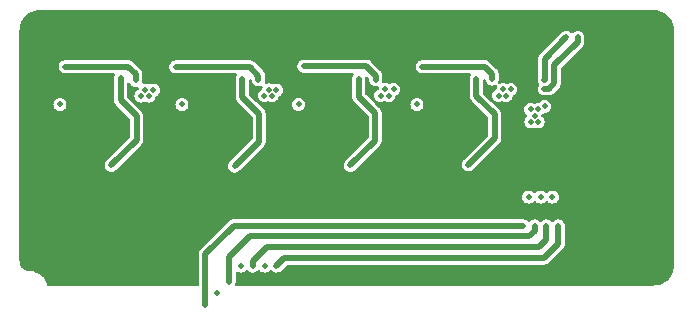
<source format=gbr>
G04 #@! TF.GenerationSoftware,KiCad,Pcbnew,(6.0.4)*
G04 #@! TF.CreationDate,2022-07-06T17:36:01+08:00*
G04 #@! TF.ProjectId,MP1495S_EVB,4d503134-3935-4535-9f45-56422e6b6963,rev?*
G04 #@! TF.SameCoordinates,PX5e56640PY77750e0*
G04 #@! TF.FileFunction,Copper,L3,Inr*
G04 #@! TF.FilePolarity,Positive*
%FSLAX46Y46*%
G04 Gerber Fmt 4.6, Leading zero omitted, Abs format (unit mm)*
G04 Created by KiCad (PCBNEW (6.0.4)) date 2022-07-06 17:36:01*
%MOMM*%
%LPD*%
G01*
G04 APERTURE LIST*
G04 #@! TA.AperFunction,ViaPad*
%ADD10C,0.500000*%
G04 #@! TD*
G04 #@! TA.AperFunction,Conductor*
%ADD11C,0.500000*%
G04 #@! TD*
G04 APERTURE END LIST*
D10*
G04 #@! TO.N,GND*
X48330000Y24310001D03*
X49430000Y24310000D03*
X48879999Y24310001D03*
X38849999Y24320000D03*
X39400000Y24320000D03*
X29680000Y24300000D03*
X29130000Y24300000D03*
X28580001Y24300000D03*
X11690000Y29590000D03*
X10690000Y29590000D03*
X65390000Y29490000D03*
X64390000Y29490000D03*
X18070000Y24320000D03*
X18619999Y24320000D03*
X19170000Y24320000D03*
X57429999Y14305001D03*
X57970000Y15005000D03*
X56870000Y15005001D03*
X56880000Y14305001D03*
X57980000Y14305000D03*
X57419999Y15005001D03*
X57970000Y13605000D03*
X57419999Y13605001D03*
X56880000Y12905001D03*
X57980000Y12905000D03*
X56870000Y13605001D03*
X57429999Y12905001D03*
X58680000Y12905001D03*
X59219999Y13605001D03*
X59770000Y13605000D03*
X59780000Y12905000D03*
X58670000Y13605001D03*
X59229999Y12905001D03*
X59219999Y15005001D03*
X59780000Y14305000D03*
X59229999Y14305001D03*
X58670000Y15005001D03*
X59770000Y15005000D03*
X58680000Y14305001D03*
X57075000Y26693334D03*
X57750000Y26693334D03*
X56400000Y26703334D03*
X57065000Y25916668D03*
X56390001Y25926668D03*
X57740000Y25916668D03*
X56390000Y25150000D03*
X57065000Y25140000D03*
X57740000Y25140000D03*
X13160000Y33320000D03*
X14160000Y33320000D03*
X15160000Y33320000D03*
X16160000Y33320000D03*
X17160000Y33320000D03*
X18160000Y33320000D03*
X19160000Y33320000D03*
X20160000Y33320000D03*
X21160000Y33320000D03*
X22160000Y33320000D03*
X23160000Y33320000D03*
X24160000Y33320000D03*
X25160000Y33320000D03*
X26160000Y33320000D03*
X27160000Y33320000D03*
X28160000Y33320000D03*
X29160000Y33320000D03*
X30160000Y33320000D03*
X31160000Y33320000D03*
X32160000Y33320000D03*
X33160000Y33320000D03*
X34160000Y33320000D03*
X35160000Y33320000D03*
X36160000Y33320000D03*
X37160000Y33320000D03*
X38160000Y33320000D03*
X39160000Y33320000D03*
X40160000Y33320000D03*
X41160000Y33320000D03*
X42160000Y33320000D03*
X43160000Y33320000D03*
X44160000Y33320000D03*
X45160000Y33320000D03*
X46160000Y33320000D03*
X47160000Y33320000D03*
X48160000Y33320000D03*
X49160000Y33320000D03*
X50160000Y33320000D03*
X51160000Y33320000D03*
X52160000Y33320000D03*
X53160000Y33320000D03*
X54160000Y33320000D03*
X55160000Y33320000D03*
X56160000Y33320000D03*
X57160000Y33320000D03*
X58160000Y33320000D03*
X59160000Y33320000D03*
X60160000Y33320000D03*
X61160000Y33320000D03*
X12290000Y32130000D03*
X13160000Y32320000D03*
X14160000Y32320000D03*
X15160000Y32320000D03*
X16160000Y32320000D03*
X17160000Y32320000D03*
X18160000Y32320000D03*
X19160000Y32320000D03*
X20160000Y32320000D03*
X21160000Y32320000D03*
X22160000Y32320000D03*
X23160000Y32320000D03*
X24160000Y32320000D03*
X25160000Y32320000D03*
X26160000Y32320000D03*
X27160000Y32320000D03*
X28160000Y32320000D03*
X29160000Y32320000D03*
X30160000Y32320000D03*
X31160000Y32320000D03*
X32160000Y32320000D03*
X33160000Y32320000D03*
X34160000Y32320000D03*
X35160000Y32320000D03*
X36160000Y32320000D03*
X37160000Y32320000D03*
X38160000Y32320000D03*
X39160000Y32320000D03*
X40160000Y32320000D03*
X41160000Y32320000D03*
X42160000Y32320000D03*
X43160000Y32320000D03*
X44160000Y32320000D03*
X45160000Y32320000D03*
X46160000Y32320000D03*
X47160000Y32320000D03*
X48160000Y32320000D03*
X49160000Y32320000D03*
X50160000Y32320000D03*
X51160000Y32320000D03*
X52160000Y32320000D03*
X53160000Y32320000D03*
X54160000Y32320000D03*
X55160000Y32320000D03*
X56160000Y32320000D03*
X57160000Y32320000D03*
X58160000Y32320000D03*
X59160000Y32320000D03*
X60160000Y32320000D03*
X61160000Y32320000D03*
X62160000Y32320000D03*
X62160000Y33320000D03*
X63160000Y32320000D03*
X63160000Y33320000D03*
X63860000Y32050000D03*
X64160000Y33320000D03*
X11300000Y33020000D03*
X10670000Y31600000D03*
X11780000Y31470000D03*
X10690000Y30590000D03*
X11690000Y30590000D03*
X10690000Y28590000D03*
X11690000Y28590000D03*
X10690000Y27590000D03*
X11690000Y27590000D03*
X10690000Y26590000D03*
X11690000Y26590000D03*
X10690000Y25590000D03*
X11690000Y25590000D03*
X10690000Y24590000D03*
X11690000Y24590000D03*
X10690000Y23590000D03*
X11690000Y23590000D03*
X10690000Y22590000D03*
X11690000Y22590000D03*
X10690000Y21590000D03*
X11690000Y21590000D03*
X10690000Y20590000D03*
X11690000Y20590000D03*
X10690000Y19590000D03*
X11690000Y19590000D03*
X10690000Y18590000D03*
X11690000Y18590000D03*
X10690000Y17590000D03*
X11690000Y17590000D03*
X10690000Y16590000D03*
X11690000Y16590000D03*
X10690000Y15590000D03*
X11690000Y15590000D03*
X10690000Y14590000D03*
X11690000Y14590000D03*
X10690000Y13590000D03*
X11690000Y13590000D03*
X10690000Y12590000D03*
X11690000Y12590000D03*
X11690000Y11590000D03*
X41690000Y11590000D03*
X42690000Y11590000D03*
X43690000Y11590000D03*
X44690000Y11590000D03*
X45690000Y11590000D03*
X46690000Y11590000D03*
X47690000Y11590000D03*
X48690000Y11590000D03*
X49690000Y11590000D03*
X50690000Y11590000D03*
X51690000Y11590000D03*
X52690000Y11590000D03*
X53690000Y11590000D03*
X54690000Y11590000D03*
X55690000Y11590000D03*
X56690000Y11590000D03*
X57690000Y11590000D03*
X58690000Y11590000D03*
X59690000Y11590000D03*
X60690000Y11590000D03*
X61690000Y11590000D03*
X62690000Y11590000D03*
X63600000Y11860000D03*
X33690000Y10590000D03*
X34690000Y10590000D03*
X35690000Y10590000D03*
X36690000Y10590000D03*
X37690000Y10590000D03*
X38690000Y10590000D03*
X39690000Y10590000D03*
X40690000Y10590000D03*
X41690000Y10590000D03*
X42690000Y10590000D03*
X43690000Y10590000D03*
X44690000Y10590000D03*
X45690000Y10590000D03*
X46690000Y10590000D03*
X47690000Y10590000D03*
X48690000Y10590000D03*
X49690000Y10590000D03*
X50690000Y10590000D03*
X51690000Y10590000D03*
X52690000Y10590000D03*
X53690000Y10590000D03*
X54690000Y10590000D03*
X55690000Y10590000D03*
X56690000Y10590000D03*
X57690000Y10590000D03*
X58690000Y10590000D03*
X59690000Y10590000D03*
X60690000Y10590000D03*
X61690000Y10590000D03*
X62690000Y10590000D03*
X63690000Y10590000D03*
X64870000Y32980000D03*
X64290000Y31450000D03*
X65380000Y31520000D03*
X64390000Y30490000D03*
X65380000Y30500000D03*
X64390000Y28490000D03*
X65390000Y28490000D03*
X64390000Y27490000D03*
X65390000Y27490000D03*
X64390000Y26490000D03*
X65390000Y26490000D03*
X64390000Y25490000D03*
X65390000Y25490000D03*
X64390000Y24490000D03*
X65390000Y24490000D03*
X64390000Y23490000D03*
X65390000Y23490000D03*
X64390000Y22490000D03*
X65390000Y22490000D03*
X64390000Y21490000D03*
X65390000Y21490000D03*
X64390000Y20490000D03*
X65390000Y20490000D03*
X64390000Y19490000D03*
X65390000Y19490000D03*
X64390000Y18490000D03*
X65390000Y18490000D03*
X64390000Y17490000D03*
X65390000Y17490000D03*
X64390000Y16490000D03*
X65390000Y16490000D03*
X64390000Y15490000D03*
X65390000Y15490000D03*
X64390000Y14490000D03*
X65390000Y14490000D03*
X64390000Y13490000D03*
X65390000Y13490000D03*
X64210000Y12480000D03*
X65390000Y12550000D03*
X65320000Y11760000D03*
X64440000Y10700000D03*
X21660000Y32820000D03*
X36660000Y32820000D03*
X52660000Y32820000D03*
X53660000Y32820000D03*
X54660000Y32820000D03*
X59660000Y32820000D03*
X43660000Y32820000D03*
X44660000Y32820000D03*
X48660000Y32820000D03*
X19660000Y32820000D03*
X51660000Y32820000D03*
X28660000Y32820000D03*
X56660000Y32820000D03*
X22660000Y32820000D03*
X37660000Y32820000D03*
X27660000Y32820000D03*
X55660000Y32820000D03*
X39660000Y32820000D03*
X46660000Y32820000D03*
X50660000Y32820000D03*
X31660000Y32820000D03*
X20660000Y32820000D03*
X23660000Y32820000D03*
X34660000Y32820000D03*
X32660000Y32820000D03*
X29660000Y32820000D03*
X57660000Y32820000D03*
X61660000Y32820000D03*
X45660000Y32820000D03*
X49660000Y32820000D03*
X41660000Y32820000D03*
X18660000Y32820000D03*
X60660000Y32820000D03*
X30660000Y32820000D03*
X42660000Y32820000D03*
X24660000Y32820000D03*
X58660000Y32820000D03*
X40660000Y32820000D03*
X33660000Y32820000D03*
X25660000Y32820000D03*
X35660000Y32820000D03*
X26660000Y32820000D03*
X38660000Y32820000D03*
X47660000Y32820000D03*
X62660000Y32820000D03*
X63660000Y32820000D03*
X64370000Y32530000D03*
X12590000Y32770000D03*
X13660000Y32820000D03*
X14660000Y32820000D03*
X15660000Y32820000D03*
X16660000Y32820000D03*
X17660000Y32820000D03*
X64770000Y31920000D03*
X64890000Y31060000D03*
X64900000Y29990000D03*
X64890000Y17980000D03*
X64890000Y13980000D03*
X64100000Y11360000D03*
X64890000Y27980000D03*
X64890000Y21980000D03*
X64890000Y25980000D03*
X64890000Y20980000D03*
X64890000Y15980000D03*
X64820000Y12910000D03*
X64890000Y14980000D03*
X64890000Y24980000D03*
X64890000Y23980000D03*
X64890000Y19980000D03*
X64890000Y16980000D03*
X64890000Y22980000D03*
X64890000Y18980000D03*
X64890000Y26980000D03*
X64890000Y28980000D03*
X10850000Y32400000D03*
X11190000Y27110000D03*
X11190000Y20110000D03*
X11190000Y29110000D03*
X11190000Y19110000D03*
X11190000Y31110000D03*
X11190000Y28110000D03*
X11190000Y26110000D03*
X11190000Y24110000D03*
X11190000Y23110000D03*
X11190000Y22110000D03*
X11190000Y21110000D03*
X11190000Y25110000D03*
X11190000Y15110000D03*
X11190000Y13110000D03*
X11190000Y14110000D03*
X11190000Y17110000D03*
X11190000Y18110000D03*
X11190000Y16110000D03*
X11190000Y30110000D03*
X11190000Y12090000D03*
X47210000Y11080000D03*
X54210000Y11080000D03*
X41210000Y11080000D03*
X43210000Y11080000D03*
X62210000Y11080000D03*
X55210000Y11080000D03*
X48210000Y11080000D03*
X61210000Y11080000D03*
X49210000Y11080000D03*
X51210000Y11080000D03*
X58210000Y11080000D03*
X57210000Y11080000D03*
X56210000Y11080000D03*
X50210000Y11080000D03*
X42210000Y11080000D03*
X44210000Y11080000D03*
X45210000Y11080000D03*
X46210000Y11080000D03*
X60210000Y11080000D03*
X53210000Y11080000D03*
X59210000Y11080000D03*
X63210000Y11080000D03*
X52210000Y11080000D03*
X11800000Y32570000D03*
X11360000Y31990000D03*
X65310000Y32360000D03*
X64650000Y11940000D03*
X64980000Y11120000D03*
X57019999Y18505001D03*
X57570000Y18505000D03*
X56470000Y18505001D03*
X57029999Y17805001D03*
X56480000Y17805001D03*
X57580000Y17805000D03*
X23920000Y22730000D03*
X23920000Y22130000D03*
X23920000Y21530000D03*
X24520000Y22730000D03*
X25130000Y22730000D03*
X35410000Y22640000D03*
X34200000Y22640000D03*
X34200000Y21440000D03*
X34800000Y22640000D03*
X34200000Y22040000D03*
X44190000Y22070000D03*
X45400000Y22670000D03*
X44190000Y21470000D03*
X44190000Y22670000D03*
X44790000Y22670000D03*
X57019999Y19895001D03*
X56480000Y19195001D03*
X56470000Y19895001D03*
X57570000Y19895000D03*
X57580000Y19195000D03*
X57029999Y19195001D03*
X55279999Y19895001D03*
X54740000Y19195001D03*
X55840000Y19195000D03*
X55830000Y19895000D03*
X54730000Y19895001D03*
X55289999Y19195001D03*
X53590000Y19195001D03*
X54139999Y19195001D03*
X53580000Y19895001D03*
X54129999Y19895001D03*
X56390001Y27480000D03*
X57740000Y27470000D03*
X38300000Y24320000D03*
X12160000Y33320000D03*
X57060000Y29060000D03*
X57065000Y27470000D03*
G04 #@! TO.N,5V*
X50860000Y26380000D03*
X51500000Y26380000D03*
X31040000Y26370000D03*
X31690000Y26370000D03*
X40880000Y26380000D03*
X41570000Y26380000D03*
X54200000Y25220000D03*
X54770000Y25460000D03*
X53910000Y24690000D03*
X53600000Y24150000D03*
X54200000Y24150000D03*
X20580000Y26340000D03*
X21260000Y26340000D03*
X20970000Y26860000D03*
X21640000Y26860000D03*
X31410000Y26860000D03*
X32060000Y26860000D03*
X24050000Y25630000D03*
X41280000Y26910000D03*
X41970000Y26910000D03*
X33930000Y25640000D03*
X51260000Y26900000D03*
X51900000Y26900000D03*
X43950000Y25640000D03*
X13720000Y25640000D03*
X53580000Y25220000D03*
G04 #@! TO.N,3.3V*
X48980000Y27800000D03*
X48310000Y20530000D03*
G04 #@! TO.N,2.5V*
X39030000Y27800000D03*
X38310000Y20470000D03*
G04 #@! TO.N,1.5V*
X29180000Y27790000D03*
X28510000Y20410000D03*
G04 #@! TO.N,1.2V*
X18870000Y27840000D03*
X18060000Y20470000D03*
G04 #@! TO.N,Net-(1V2-Pad1)*
X14180002Y28840000D03*
X20160000Y27660000D03*
G04 #@! TO.N,Net-(1V5-Pad1)*
X23540000Y28810000D03*
X30530000Y27720000D03*
G04 #@! TO.N,Net-(2V5-Pad1)*
X40470000Y27730000D03*
X34380000Y28870000D03*
G04 #@! TO.N,Net-(3V3-Pad1)*
X50320000Y27780000D03*
X44410000Y28830000D03*
G04 #@! TO.N,Net-(C3-Pad1)*
X56600000Y31300000D03*
X54750000Y27700000D03*
G04 #@! TO.N,Net-(R34-Pad2)*
X57560000Y31300000D03*
X54740000Y26940000D03*
G04 #@! TO.N,REG_EN2*
X52925000Y15350000D03*
X26050000Y8690000D03*
G04 #@! TO.N,REG_EN1*
X53420000Y17785000D03*
X27050000Y9630000D03*
G04 #@! TO.N,REG_CHG*
X53920000Y15345000D03*
X28043332Y10610000D03*
G04 #@! TO.N,REG_POWER*
X54420000Y17785000D03*
X29044998Y11945000D03*
G04 #@! TO.N,BAT_ISET*
X54920000Y15345000D03*
X30046664Y11945000D03*
G04 #@! TO.N,BAT_PG*
X55420000Y17785000D03*
X31048330Y11945000D03*
G04 #@! TO.N,BAT_CHG*
X32060000Y11945000D03*
X55920000Y15345000D03*
G04 #@! TD*
D11*
G04 #@! TO.N,3.3V*
X50540000Y24780000D02*
X50540000Y22760000D01*
X50540000Y22760000D02*
X48310000Y20530000D01*
X48980000Y26340000D02*
X50540000Y24780000D01*
X48980000Y27800000D02*
X48980000Y26340000D01*
G04 #@! TO.N,2.5V*
X39030000Y27800000D02*
X39030000Y26270000D01*
X39030000Y26270000D02*
X40410000Y24890000D01*
X40410000Y24890000D02*
X40410000Y22570000D01*
X40410000Y22570000D02*
X38310000Y20470000D01*
G04 #@! TO.N,1.5V*
X30590000Y22490000D02*
X28510000Y20410000D01*
X29180000Y27790000D02*
X29180000Y26240000D01*
X29180000Y26240000D02*
X30590000Y24830000D01*
X30590000Y24830000D02*
X30590000Y22490000D01*
G04 #@! TO.N,1.2V*
X20210000Y22620000D02*
X18060000Y20470000D01*
X18870000Y27840000D02*
X18870000Y25970000D01*
X20210000Y24630000D02*
X20210000Y22620000D01*
X18870000Y25970000D02*
X20210000Y24630000D01*
G04 #@! TO.N,Net-(1V2-Pad1)*
X19500000Y28840000D02*
X14180002Y28840000D01*
X20160000Y27660000D02*
X20160000Y28180000D01*
X20160000Y28180000D02*
X19500000Y28840000D01*
G04 #@! TO.N,Net-(1V5-Pad1)*
X30530000Y27720000D02*
X30530000Y28080000D01*
X30530000Y28080000D02*
X29800000Y28810000D01*
X29800000Y28810000D02*
X23540000Y28810000D01*
G04 #@! TO.N,Net-(2V5-Pad1)*
X39670000Y28870000D02*
X34380000Y28870000D01*
X40470000Y28070000D02*
X39670000Y28870000D01*
X40470000Y27730000D02*
X40470000Y28070000D01*
G04 #@! TO.N,Net-(3V3-Pad1)*
X50320000Y28200000D02*
X49690000Y28830000D01*
X49690000Y28830000D02*
X44410000Y28830000D01*
X50320000Y27780000D02*
X50320000Y28200000D01*
G04 #@! TO.N,Net-(C3-Pad1)*
X54760000Y27710000D02*
X54750000Y27700000D01*
X56600000Y31300000D02*
X54760000Y29460000D01*
X54760000Y29460000D02*
X54760000Y27710000D01*
G04 #@! TO.N,Net-(R34-Pad2)*
X55110000Y26940000D02*
X55580000Y27410000D01*
X55580000Y28940000D02*
X57560000Y30920000D01*
X54740000Y26940000D02*
X55110000Y26940000D01*
X57560000Y30920000D02*
X57560000Y31300000D01*
X55580000Y27410000D02*
X55580000Y28940000D01*
G04 #@! TO.N,REG_EN2*
X52925000Y15350000D02*
X28425000Y15350000D01*
X28425000Y15350000D02*
X26050000Y12975000D01*
X26050000Y12975000D02*
X26050000Y8690000D01*
G04 #@! TO.N,REG_CHG*
X29800000Y14450000D02*
X28043332Y12693332D01*
X28043332Y12693332D02*
X28043332Y10610000D01*
X53425000Y14450000D02*
X29800000Y14450000D01*
X53920000Y15345000D02*
X53920000Y14945000D01*
X53920000Y14945000D02*
X53425000Y14450000D01*
G04 #@! TO.N,BAT_ISET*
X54275000Y13525000D02*
X31215000Y13525000D01*
X54920000Y15345000D02*
X54920000Y14170000D01*
X31215000Y13525000D02*
X30046664Y12356664D01*
X30046664Y12356664D02*
X30046664Y11945000D01*
X54920000Y14170000D02*
X54275000Y13525000D01*
G04 #@! TO.N,BAT_CHG*
X55920000Y13845000D02*
X54700000Y12625000D01*
X32725000Y12625000D02*
X32050000Y11950000D01*
X54700000Y12625000D02*
X32725000Y12625000D01*
X55920000Y15345000D02*
X55920000Y13845000D01*
G04 #@! TD*
G04 #@! TA.AperFunction,Conductor*
G04 #@! TO.N,GND*
G36*
X63984563Y33638210D02*
G01*
X63989145Y33637402D01*
X64000000Y33635488D01*
X64010855Y33637402D01*
X64021878Y33637402D01*
X64021878Y33637037D01*
X64034237Y33637675D01*
X64232962Y33623462D01*
X64250756Y33620904D01*
X64470179Y33573172D01*
X64487418Y33568110D01*
X64697823Y33489633D01*
X64714167Y33482168D01*
X64911251Y33374552D01*
X64926370Y33364835D01*
X65106133Y33230266D01*
X65119719Y33218493D01*
X65278493Y33059719D01*
X65290266Y33046133D01*
X65424835Y32866370D01*
X65434554Y32851247D01*
X65542166Y32654171D01*
X65549633Y32637823D01*
X65604134Y32491702D01*
X65628108Y32427424D01*
X65633173Y32410174D01*
X65680904Y32190756D01*
X65683462Y32172962D01*
X65697675Y31974237D01*
X65697038Y31961881D01*
X65697402Y31961881D01*
X65697402Y31950857D01*
X65695488Y31940000D01*
X65698210Y31924566D01*
X65700124Y31902690D01*
X65699820Y22223771D01*
X65699501Y12037321D01*
X65697587Y12015447D01*
X65696778Y12010859D01*
X65696778Y12010854D01*
X65694864Y12000000D01*
X65696778Y11989145D01*
X65696778Y11978122D01*
X65696413Y11978122D01*
X65697051Y11965764D01*
X65683489Y11776130D01*
X65682838Y11767034D01*
X65680280Y11749248D01*
X65633664Y11534955D01*
X65632550Y11529835D01*
X65627486Y11512586D01*
X65616304Y11482607D01*
X65581993Y11390614D01*
X65549011Y11302187D01*
X65541544Y11285839D01*
X65529278Y11263375D01*
X65433930Y11088759D01*
X65424213Y11073640D01*
X65290883Y10895532D01*
X65289646Y10893880D01*
X65277873Y10880293D01*
X65119092Y10721515D01*
X65105505Y10709742D01*
X64925748Y10575179D01*
X64910625Y10565460D01*
X64713541Y10457846D01*
X64697188Y10450378D01*
X64486799Y10371909D01*
X64469557Y10366847D01*
X64295569Y10329000D01*
X64250135Y10319117D01*
X64232341Y10316559D01*
X64199608Y10314218D01*
X64033520Y10302342D01*
X64021259Y10302974D01*
X64021259Y10302598D01*
X64010235Y10302598D01*
X63999380Y10304512D01*
X63983943Y10301790D01*
X63962071Y10299877D01*
X47283607Y10300210D01*
X32752372Y10300500D01*
X32740818Y10301065D01*
X32729832Y10304246D01*
X32695017Y10301231D01*
X32692014Y10300971D01*
X32681143Y10300501D01*
X32672058Y10300501D01*
X32665477Y10299275D01*
X32653284Y10297616D01*
X32647420Y10297108D01*
X32629894Y10295591D01*
X32629892Y10295591D01*
X32618304Y10294587D01*
X32607855Y10289479D01*
X32604565Y10288567D01*
X32601386Y10287340D01*
X32589953Y10285211D01*
X32560040Y10266773D01*
X32549287Y10260850D01*
X32532816Y10252799D01*
X32477486Y10240000D01*
X28676951Y10240000D01*
X28608830Y10260002D01*
X28562337Y10313658D01*
X28552233Y10383932D01*
X28555951Y10401140D01*
X28561712Y10420970D01*
X28566296Y10434022D01*
X28576502Y10458661D01*
X28576503Y10458664D01*
X28579662Y10466291D01*
X28582376Y10486902D01*
X28586300Y10505602D01*
X28593047Y10528825D01*
X28593832Y10539515D01*
X28593832Y10565662D01*
X28594910Y10582109D01*
X28597504Y10601812D01*
X28597504Y10601814D01*
X28598582Y10610000D01*
X28594910Y10637891D01*
X28593832Y10654338D01*
X28593832Y11347450D01*
X28613834Y11415571D01*
X28667490Y11462064D01*
X28737764Y11472168D01*
X28768047Y11463860D01*
X28901289Y11408670D01*
X29044998Y11389750D01*
X29188707Y11408670D01*
X29322623Y11464139D01*
X29437619Y11552379D01*
X29445871Y11563133D01*
X29503210Y11604998D01*
X29574081Y11609218D01*
X29635983Y11574452D01*
X29645795Y11563128D01*
X29649017Y11558929D01*
X29654043Y11552379D01*
X29658536Y11548931D01*
X29659304Y11548079D01*
X29660871Y11546608D01*
X29666278Y11539930D01*
X29717632Y11503435D01*
X29718410Y11502882D01*
X29722106Y11500152D01*
X29769039Y11464139D01*
X29776275Y11461141D01*
X29780464Y11458452D01*
X29782219Y11457535D01*
X29789222Y11452558D01*
X29797305Y11449648D01*
X29797307Y11449647D01*
X29845874Y11432162D01*
X29851411Y11430020D01*
X29865626Y11424132D01*
X29902955Y11408670D01*
X29911146Y11407591D01*
X29917682Y11405840D01*
X29920877Y11404838D01*
X29923053Y11404376D01*
X29931132Y11401467D01*
X29961010Y11399273D01*
X29987529Y11397325D01*
X29994746Y11396585D01*
X30028677Y11392118D01*
X30046664Y11389750D01*
X30054852Y11390828D01*
X30063112Y11390828D01*
X30063112Y11390529D01*
X30066083Y11390614D01*
X30072992Y11391049D01*
X30081555Y11390420D01*
X30093117Y11392751D01*
X30133409Y11400875D01*
X30141865Y11402283D01*
X30182188Y11407592D01*
X30182190Y11407593D01*
X30190373Y11408670D01*
X30197999Y11411829D01*
X30202686Y11413085D01*
X30219746Y11418285D01*
X30229407Y11420233D01*
X30273309Y11442602D01*
X30282294Y11446744D01*
X30316655Y11460977D01*
X30324289Y11464139D01*
X30332321Y11470302D01*
X30351818Y11482604D01*
X30363796Y11488707D01*
X30370119Y11494521D01*
X30370123Y11494524D01*
X30397423Y11519627D01*
X30406003Y11526839D01*
X30432729Y11547347D01*
X30432735Y11547353D01*
X30439285Y11552379D01*
X30447538Y11563134D01*
X30504872Y11604998D01*
X30575743Y11609220D01*
X30637646Y11574456D01*
X30647454Y11563137D01*
X30655709Y11552379D01*
X30770705Y11464139D01*
X30904621Y11408670D01*
X31048330Y11389750D01*
X31192039Y11408670D01*
X31325955Y11464139D01*
X31440951Y11552379D01*
X31452624Y11567592D01*
X31509961Y11609458D01*
X31580832Y11613679D01*
X31642735Y11578914D01*
X31647959Y11573225D01*
X31682524Y11533181D01*
X31706515Y11517242D01*
X31752554Y11486654D01*
X31759516Y11481679D01*
X31782375Y11464139D01*
X31790007Y11460978D01*
X31795693Y11457695D01*
X31800538Y11454691D01*
X31800999Y11454468D01*
X31808153Y11449715D01*
X31845418Y11437606D01*
X31854693Y11434184D01*
X31888375Y11420233D01*
X31916291Y11408670D01*
X31924476Y11407592D01*
X31924477Y11407592D01*
X31946860Y11404645D01*
X31946738Y11403721D01*
X31949246Y11403870D01*
X31951598Y11403106D01*
X31960174Y11402746D01*
X31962082Y11402403D01*
X31967360Y11401946D01*
X32051812Y11390828D01*
X32060000Y11389750D01*
X32203709Y11408670D01*
X32337625Y11464139D01*
X32452621Y11552379D01*
X32496420Y11609458D01*
X32519214Y11639164D01*
X32530080Y11651555D01*
X32916119Y12037595D01*
X32978432Y12071620D01*
X33005215Y12074500D01*
X54685007Y12074500D01*
X54690284Y12074389D01*
X54752294Y12071790D01*
X54763848Y12074500D01*
X54794662Y12081727D01*
X54806333Y12083890D01*
X54821229Y12085931D01*
X54849432Y12089794D01*
X54863230Y12095765D01*
X54884499Y12102799D01*
X54890775Y12104271D01*
X54899136Y12106232D01*
X54906661Y12110369D01*
X54906664Y12110370D01*
X54937268Y12127195D01*
X54947913Y12132411D01*
X54987855Y12149695D01*
X54999541Y12159158D01*
X55018126Y12171646D01*
X55025518Y12175710D01*
X55031308Y12178893D01*
X55039422Y12185897D01*
X55063958Y12210433D01*
X55073759Y12219258D01*
X55098392Y12239206D01*
X55098393Y12239207D01*
X55105070Y12244614D01*
X55110043Y12251612D01*
X55110048Y12251617D01*
X55115968Y12259948D01*
X55129579Y12276054D01*
X56298655Y13445130D01*
X56302464Y13448783D01*
X56341833Y13484985D01*
X56348156Y13490799D01*
X56371087Y13527783D01*
X56377810Y13537565D01*
X56398918Y13565374D01*
X56404112Y13572217D01*
X56409646Y13586196D01*
X56419707Y13606199D01*
X56427635Y13618986D01*
X56439775Y13660772D01*
X56443621Y13672005D01*
X56456474Y13704467D01*
X56459636Y13712453D01*
X56460534Y13720995D01*
X56460535Y13721000D01*
X56461209Y13727409D01*
X56465520Y13749385D01*
X56467874Y13757488D01*
X56467874Y13757489D01*
X56469715Y13763825D01*
X56470500Y13774515D01*
X56470500Y13809210D01*
X56471190Y13822381D01*
X56474504Y13853911D01*
X56475402Y13862455D01*
X56472265Y13881002D01*
X56470500Y13902015D01*
X56470500Y15300662D01*
X56471578Y15317109D01*
X56474172Y15336812D01*
X56475250Y15345000D01*
X56470649Y15379945D01*
X56470500Y15381443D01*
X56470500Y15382785D01*
X56470009Y15386366D01*
X56470008Y15386380D01*
X56464770Y15424611D01*
X56464682Y15425267D01*
X56456986Y15483725D01*
X56456330Y15488709D01*
X56455822Y15489936D01*
X56455206Y15494432D01*
X56426475Y15560826D01*
X56425730Y15562586D01*
X56404019Y15615001D01*
X56400861Y15622625D01*
X56398272Y15626000D01*
X56395305Y15632855D01*
X56352578Y15685619D01*
X56350549Y15688193D01*
X56317646Y15731073D01*
X56317644Y15731075D01*
X56312621Y15737621D01*
X56308128Y15741069D01*
X56307360Y15741921D01*
X56305793Y15743392D01*
X56300386Y15750070D01*
X56248245Y15787124D01*
X56244558Y15789848D01*
X56197625Y15825861D01*
X56190389Y15828859D01*
X56186200Y15831548D01*
X56184445Y15832465D01*
X56177442Y15837442D01*
X56169359Y15840352D01*
X56169357Y15840353D01*
X56120790Y15857838D01*
X56115253Y15859980D01*
X56081079Y15874135D01*
X56063709Y15881330D01*
X56055518Y15882409D01*
X56048982Y15884160D01*
X56045787Y15885162D01*
X56043611Y15885624D01*
X56035532Y15888533D01*
X56000443Y15891110D01*
X55979135Y15892675D01*
X55971918Y15893415D01*
X55928188Y15899172D01*
X55920000Y15900250D01*
X55911812Y15899172D01*
X55903552Y15899172D01*
X55903552Y15899471D01*
X55900581Y15899386D01*
X55893672Y15898951D01*
X55885109Y15899580D01*
X55876688Y15897882D01*
X55833255Y15889125D01*
X55824799Y15887717D01*
X55784476Y15882408D01*
X55784474Y15882407D01*
X55776291Y15881330D01*
X55768665Y15878171D01*
X55763978Y15876915D01*
X55746918Y15871715D01*
X55737257Y15869767D01*
X55704560Y15853107D01*
X55693355Y15847398D01*
X55684370Y15843256D01*
X55677362Y15840353D01*
X55642375Y15825861D01*
X55635820Y15820831D01*
X55634343Y15819698D01*
X55614846Y15807396D01*
X55602868Y15801293D01*
X55596545Y15795479D01*
X55596541Y15795476D01*
X55569241Y15770373D01*
X55560661Y15763161D01*
X55533935Y15742653D01*
X55533929Y15742647D01*
X55527379Y15737621D01*
X55522350Y15731067D01*
X55519957Y15727949D01*
X55517271Y15725988D01*
X55516515Y15725232D01*
X55516397Y15725350D01*
X55462617Y15686086D01*
X55391745Y15681869D01*
X55329845Y15716637D01*
X55320038Y15727956D01*
X55317649Y15731070D01*
X55317644Y15731075D01*
X55312621Y15737621D01*
X55308128Y15741069D01*
X55307360Y15741921D01*
X55305793Y15743392D01*
X55300386Y15750070D01*
X55248245Y15787124D01*
X55244558Y15789848D01*
X55197625Y15825861D01*
X55190389Y15828859D01*
X55186200Y15831548D01*
X55184445Y15832465D01*
X55177442Y15837442D01*
X55169359Y15840352D01*
X55169357Y15840353D01*
X55120790Y15857838D01*
X55115253Y15859980D01*
X55081079Y15874135D01*
X55063709Y15881330D01*
X55055518Y15882409D01*
X55048982Y15884160D01*
X55045787Y15885162D01*
X55043611Y15885624D01*
X55035532Y15888533D01*
X55000443Y15891110D01*
X54979135Y15892675D01*
X54971918Y15893415D01*
X54928188Y15899172D01*
X54920000Y15900250D01*
X54911812Y15899172D01*
X54903552Y15899172D01*
X54903552Y15899471D01*
X54900581Y15899386D01*
X54893672Y15898951D01*
X54885109Y15899580D01*
X54876688Y15897882D01*
X54833255Y15889125D01*
X54824799Y15887717D01*
X54784476Y15882408D01*
X54784474Y15882407D01*
X54776291Y15881330D01*
X54768665Y15878171D01*
X54763978Y15876915D01*
X54746918Y15871715D01*
X54737257Y15869767D01*
X54704560Y15853107D01*
X54693355Y15847398D01*
X54684370Y15843256D01*
X54677362Y15840353D01*
X54642375Y15825861D01*
X54635820Y15820831D01*
X54634343Y15819698D01*
X54614846Y15807396D01*
X54602868Y15801293D01*
X54596545Y15795479D01*
X54596541Y15795476D01*
X54569241Y15770373D01*
X54560661Y15763161D01*
X54533935Y15742653D01*
X54533929Y15742647D01*
X54527379Y15737621D01*
X54522350Y15731067D01*
X54519957Y15727949D01*
X54517271Y15725988D01*
X54516515Y15725232D01*
X54516397Y15725350D01*
X54462617Y15686086D01*
X54391745Y15681869D01*
X54329845Y15716637D01*
X54320038Y15727956D01*
X54317649Y15731070D01*
X54317644Y15731075D01*
X54312621Y15737621D01*
X54308128Y15741069D01*
X54307360Y15741921D01*
X54305793Y15743392D01*
X54300386Y15750070D01*
X54248245Y15787124D01*
X54244558Y15789848D01*
X54197625Y15825861D01*
X54190389Y15828859D01*
X54186200Y15831548D01*
X54184445Y15832465D01*
X54177442Y15837442D01*
X54169359Y15840352D01*
X54169357Y15840353D01*
X54120790Y15857838D01*
X54115253Y15859980D01*
X54081079Y15874135D01*
X54063709Y15881330D01*
X54055518Y15882409D01*
X54048982Y15884160D01*
X54045787Y15885162D01*
X54043611Y15885624D01*
X54035532Y15888533D01*
X54000443Y15891110D01*
X53979135Y15892675D01*
X53971918Y15893415D01*
X53928188Y15899172D01*
X53920000Y15900250D01*
X53911812Y15899172D01*
X53903552Y15899172D01*
X53903552Y15899471D01*
X53900581Y15899386D01*
X53893672Y15898951D01*
X53885109Y15899580D01*
X53876688Y15897882D01*
X53833255Y15889125D01*
X53824799Y15887717D01*
X53784476Y15882408D01*
X53784474Y15882407D01*
X53776291Y15881330D01*
X53768665Y15878171D01*
X53763978Y15876915D01*
X53746918Y15871715D01*
X53737257Y15869767D01*
X53704560Y15853107D01*
X53693355Y15847398D01*
X53684370Y15843256D01*
X53677362Y15840353D01*
X53642375Y15825861D01*
X53635820Y15820831D01*
X53634343Y15819698D01*
X53614846Y15807396D01*
X53602868Y15801293D01*
X53596545Y15795479D01*
X53596541Y15795476D01*
X53569241Y15770373D01*
X53560661Y15763161D01*
X53533935Y15742653D01*
X53533929Y15742647D01*
X53527379Y15737621D01*
X53522350Y15731068D01*
X53516515Y15725232D01*
X53514933Y15726814D01*
X53467038Y15691845D01*
X53396167Y15687626D01*
X53334266Y15722393D01*
X53324460Y15733709D01*
X53322650Y15736068D01*
X53322647Y15736071D01*
X53317621Y15742621D01*
X53306761Y15750955D01*
X53290731Y15765617D01*
X53279201Y15778156D01*
X53264195Y15787460D01*
X53243435Y15800332D01*
X53233125Y15807457D01*
X53209175Y15825835D01*
X53202625Y15830861D01*
X53186707Y15837454D01*
X53168524Y15846778D01*
X53166866Y15847806D01*
X53151014Y15857635D01*
X53114046Y15868375D01*
X53100978Y15872964D01*
X53076339Y15883170D01*
X53076336Y15883171D01*
X53068709Y15886330D01*
X53060528Y15887407D01*
X53060525Y15887408D01*
X53048098Y15889044D01*
X53029404Y15892967D01*
X53006175Y15899715D01*
X52998692Y15900264D01*
X52997792Y15900331D01*
X52997781Y15900331D01*
X52995485Y15900500D01*
X52969338Y15900500D01*
X52952891Y15901578D01*
X52933188Y15904172D01*
X52925000Y15905250D01*
X52916812Y15904172D01*
X52897109Y15901578D01*
X52880662Y15900500D01*
X28439993Y15900500D01*
X28434717Y15900611D01*
X28430310Y15900796D01*
X28372706Y15903210D01*
X28364341Y15901248D01*
X28330338Y15893273D01*
X28318667Y15891110D01*
X28304447Y15889162D01*
X28275568Y15885206D01*
X28267684Y15881794D01*
X28267683Y15881794D01*
X28261770Y15879235D01*
X28240501Y15872201D01*
X28234228Y15870730D01*
X28234226Y15870729D01*
X28225864Y15868768D01*
X28218336Y15864629D01*
X28218335Y15864629D01*
X28187735Y15847806D01*
X28177073Y15842583D01*
X28145027Y15828716D01*
X28145026Y15828715D01*
X28137145Y15825305D01*
X28130472Y15819901D01*
X28125459Y15815842D01*
X28106871Y15803351D01*
X28093692Y15796106D01*
X28085578Y15789103D01*
X28061042Y15764567D01*
X28051241Y15755742D01*
X28026608Y15735794D01*
X28019930Y15730386D01*
X28014957Y15723388D01*
X28014952Y15723383D01*
X28009032Y15715052D01*
X27995421Y15698946D01*
X25671358Y13374882D01*
X25667549Y13371229D01*
X25621844Y13329201D01*
X25598901Y13292198D01*
X25592200Y13282448D01*
X25565888Y13247783D01*
X25560354Y13233805D01*
X25550293Y13213801D01*
X25542365Y13201014D01*
X25539968Y13192763D01*
X25539967Y13192761D01*
X25530225Y13159228D01*
X25526380Y13147998D01*
X25510364Y13107547D01*
X25509466Y13099006D01*
X25509466Y13099005D01*
X25508792Y13092592D01*
X25504480Y13070617D01*
X25500285Y13056175D01*
X25499500Y13045485D01*
X25499500Y13010783D01*
X25498810Y12997613D01*
X25494599Y12957546D01*
X25496031Y12949081D01*
X25496031Y12949072D01*
X25497735Y12939000D01*
X25499500Y12917987D01*
X25499500Y10366000D01*
X25479498Y10297879D01*
X25425842Y10251386D01*
X25373500Y10240000D01*
X24955929Y10240000D01*
X24915017Y10246827D01*
X24897621Y10252799D01*
X24858032Y10266390D01*
X24852898Y10267247D01*
X24852893Y10267248D01*
X24658756Y10299643D01*
X24658754Y10299643D01*
X24653619Y10300500D01*
X24446381Y10300500D01*
X24441246Y10299643D01*
X24441244Y10299643D01*
X24247107Y10267248D01*
X24247102Y10267247D01*
X24241968Y10266390D01*
X24202379Y10252799D01*
X24184983Y10246827D01*
X24144071Y10240000D01*
X12784904Y10240000D01*
X12716783Y10260002D01*
X12670290Y10313658D01*
X12661783Y10339217D01*
X12644297Y10419603D01*
X12644295Y10419610D01*
X12643340Y10424000D01*
X12632640Y10452690D01*
X12569875Y10620972D01*
X12569874Y10620974D01*
X12568302Y10625189D01*
X12465396Y10813652D01*
X12415511Y10880293D01*
X12339415Y10981947D01*
X12339414Y10981948D01*
X12336717Y10985551D01*
X12333540Y10988728D01*
X12333534Y10988735D01*
X12188063Y11134210D01*
X12184884Y11137389D01*
X12181290Y11140079D01*
X12181286Y11140083D01*
X12016593Y11263375D01*
X12016586Y11263380D01*
X12012988Y11266073D01*
X11824528Y11368984D01*
X11736755Y11401724D01*
X11627559Y11442455D01*
X11627555Y11442456D01*
X11623341Y11444028D01*
X11413522Y11489677D01*
X11206985Y11504454D01*
X11199343Y11505802D01*
X11199334Y11505800D01*
X11199325Y11505802D01*
X11187088Y11503644D01*
X11175236Y11503905D01*
X11165676Y11504479D01*
X11036061Y11517242D01*
X11011834Y11522061D01*
X10866721Y11566078D01*
X10843905Y11575528D01*
X10710161Y11647013D01*
X10689623Y11660736D01*
X10685646Y11664000D01*
X10572396Y11756942D01*
X10554943Y11774395D01*
X10458732Y11891629D01*
X10445013Y11912162D01*
X10378115Y12037321D01*
X10373530Y12045899D01*
X10364078Y12068718D01*
X10353741Y12102799D01*
X10320061Y12213833D01*
X10315242Y12238058D01*
X10314597Y12244614D01*
X10302495Y12367518D01*
X10301889Y12379868D01*
X10301889Y12390466D01*
X10303804Y12401324D01*
X10301082Y12416763D01*
X10299169Y12438637D01*
X10299171Y12478169D01*
X10299363Y17785000D01*
X52864750Y17785000D01*
X52883670Y17641291D01*
X52939139Y17507375D01*
X53027379Y17392379D01*
X53142375Y17304139D01*
X53276291Y17248670D01*
X53420000Y17229750D01*
X53563709Y17248670D01*
X53697625Y17304139D01*
X53812621Y17392379D01*
X53820038Y17402045D01*
X53822725Y17404007D01*
X53823488Y17404770D01*
X53823607Y17404651D01*
X53877376Y17443912D01*
X53948247Y17448134D01*
X54010149Y17413370D01*
X54019962Y17402045D01*
X54027379Y17392379D01*
X54142375Y17304139D01*
X54276291Y17248670D01*
X54420000Y17229750D01*
X54563709Y17248670D01*
X54697625Y17304139D01*
X54812621Y17392379D01*
X54820038Y17402045D01*
X54822725Y17404007D01*
X54823488Y17404770D01*
X54823607Y17404651D01*
X54877376Y17443912D01*
X54948247Y17448134D01*
X55010149Y17413370D01*
X55019962Y17402045D01*
X55027379Y17392379D01*
X55142375Y17304139D01*
X55276291Y17248670D01*
X55420000Y17229750D01*
X55563709Y17248670D01*
X55697625Y17304139D01*
X55812621Y17392379D01*
X55900861Y17507375D01*
X55956330Y17641291D01*
X55975250Y17785000D01*
X55956330Y17928709D01*
X55900861Y18062625D01*
X55812621Y18177621D01*
X55697625Y18265861D01*
X55563709Y18321330D01*
X55420000Y18340250D01*
X55276291Y18321330D01*
X55142375Y18265861D01*
X55027379Y18177621D01*
X55022353Y18171071D01*
X55019962Y18167955D01*
X55017275Y18165993D01*
X55016512Y18165230D01*
X55016393Y18165349D01*
X54962624Y18126088D01*
X54891753Y18121866D01*
X54829851Y18156630D01*
X54820038Y18167955D01*
X54817647Y18171071D01*
X54812621Y18177621D01*
X54697625Y18265861D01*
X54563709Y18321330D01*
X54420000Y18340250D01*
X54276291Y18321330D01*
X54142375Y18265861D01*
X54027379Y18177621D01*
X54022353Y18171071D01*
X54019962Y18167955D01*
X54017275Y18165993D01*
X54016512Y18165230D01*
X54016393Y18165349D01*
X53962624Y18126088D01*
X53891753Y18121866D01*
X53829851Y18156630D01*
X53820038Y18167955D01*
X53817647Y18171071D01*
X53812621Y18177621D01*
X53697625Y18265861D01*
X53563709Y18321330D01*
X53420000Y18340250D01*
X53276291Y18321330D01*
X53142375Y18265861D01*
X53027379Y18177621D01*
X52939139Y18062625D01*
X52883670Y17928709D01*
X52864750Y17785000D01*
X10299363Y17785000D01*
X10299539Y22645928D01*
X10299648Y25640000D01*
X13164750Y25640000D01*
X13183670Y25496291D01*
X13239139Y25362375D01*
X13327379Y25247379D01*
X13442375Y25159139D01*
X13576291Y25103670D01*
X13720000Y25084750D01*
X13863709Y25103670D01*
X13997625Y25159139D01*
X14112621Y25247379D01*
X14200861Y25362375D01*
X14256330Y25496291D01*
X14275250Y25640000D01*
X14256330Y25783709D01*
X14200861Y25917625D01*
X14112621Y26032621D01*
X13997625Y26120861D01*
X13863709Y26176330D01*
X13720000Y26195250D01*
X13576291Y26176330D01*
X13442375Y26120861D01*
X13327379Y26032621D01*
X13239139Y25917625D01*
X13183670Y25783709D01*
X13164750Y25640000D01*
X10299648Y25640000D01*
X10299764Y28840000D01*
X13624752Y28840000D01*
X13625830Y28831812D01*
X13625830Y28823552D01*
X13625531Y28823552D01*
X13625616Y28820581D01*
X13626051Y28813672D01*
X13625422Y28805109D01*
X13627120Y28796688D01*
X13635877Y28753255D01*
X13637285Y28744799D01*
X13638043Y28739047D01*
X13643672Y28696291D01*
X13646831Y28688665D01*
X13648087Y28683978D01*
X13653287Y28666918D01*
X13655235Y28657257D01*
X13669339Y28629577D01*
X13677604Y28613355D01*
X13681746Y28604370D01*
X13690042Y28584343D01*
X13699141Y28562375D01*
X13704171Y28555820D01*
X13705304Y28554343D01*
X13717606Y28534846D01*
X13723709Y28522868D01*
X13729523Y28516545D01*
X13729526Y28516541D01*
X13754629Y28489241D01*
X13761841Y28480661D01*
X13782349Y28453935D01*
X13782355Y28453929D01*
X13787381Y28447379D01*
X13798241Y28439045D01*
X13814271Y28424383D01*
X13825801Y28411844D01*
X13833106Y28407315D01*
X13833107Y28407314D01*
X13861564Y28389670D01*
X13871873Y28382545D01*
X13888830Y28369534D01*
X13902377Y28359139D01*
X13910005Y28355980D01*
X13910006Y28355979D01*
X13918295Y28352546D01*
X13936478Y28343222D01*
X13953988Y28332365D01*
X13962242Y28329967D01*
X13990956Y28321625D01*
X14004024Y28317036D01*
X14028663Y28306830D01*
X14028666Y28306829D01*
X14036293Y28303670D01*
X14044474Y28302593D01*
X14044477Y28302592D01*
X14056904Y28300956D01*
X14075598Y28297033D01*
X14098827Y28290285D01*
X14106310Y28289736D01*
X14107210Y28289669D01*
X14107221Y28289669D01*
X14109517Y28289500D01*
X14135664Y28289500D01*
X14152111Y28288422D01*
X14180002Y28284750D01*
X14188190Y28285828D01*
X14207893Y28288422D01*
X14224340Y28289500D01*
X18271760Y28289500D01*
X18339881Y28269498D01*
X18386374Y28215842D01*
X18396478Y28145568D01*
X18388169Y28115283D01*
X18382545Y28101705D01*
X18373222Y28083524D01*
X18362365Y28066014D01*
X18359967Y28057760D01*
X18351625Y28029046D01*
X18347036Y28015978D01*
X18343570Y28007609D01*
X18333670Y27983709D01*
X18332593Y27975528D01*
X18332592Y27975525D01*
X18330956Y27963098D01*
X18327033Y27944404D01*
X18320285Y27921175D01*
X18319500Y27910485D01*
X18319500Y27884338D01*
X18318422Y27867891D01*
X18314750Y27840000D01*
X18315828Y27831812D01*
X18318422Y27812109D01*
X18319500Y27795662D01*
X18319500Y25984993D01*
X18319389Y25979717D01*
X18316790Y25917706D01*
X18318752Y25909341D01*
X18326727Y25875338D01*
X18328890Y25863667D01*
X18334794Y25820568D01*
X18338206Y25812684D01*
X18338206Y25812683D01*
X18340765Y25806770D01*
X18347799Y25785501D01*
X18351232Y25770864D01*
X18355369Y25763339D01*
X18355370Y25763336D01*
X18372195Y25732732D01*
X18377411Y25722087D01*
X18394695Y25682145D01*
X18404158Y25670459D01*
X18416645Y25651875D01*
X18423893Y25638692D01*
X18430897Y25630578D01*
X18455433Y25606042D01*
X18464258Y25596241D01*
X18484206Y25571608D01*
X18489614Y25564930D01*
X18496612Y25559957D01*
X18496617Y25559952D01*
X18504948Y25554032D01*
X18521054Y25540421D01*
X19085497Y24975979D01*
X19622595Y24438881D01*
X19656620Y24376569D01*
X19659500Y24349786D01*
X19659500Y22900215D01*
X19639498Y22832094D01*
X19622595Y22811120D01*
X17702094Y20890618D01*
X17689703Y20879751D01*
X17667379Y20862621D01*
X17645915Y20834648D01*
X17644968Y20833492D01*
X17644020Y20832544D01*
X17641829Y20829657D01*
X17641818Y20829644D01*
X17618493Y20798914D01*
X17618163Y20798482D01*
X17579139Y20747625D01*
X17578629Y20746395D01*
X17575888Y20742783D01*
X17572729Y20734805D01*
X17572726Y20734799D01*
X17549267Y20675546D01*
X17548555Y20673787D01*
X17523670Y20613709D01*
X17523115Y20609496D01*
X17520364Y20602547D01*
X17519466Y20594007D01*
X17519466Y20594005D01*
X17513268Y20535028D01*
X17512880Y20531755D01*
X17504750Y20470000D01*
X17505489Y20464384D01*
X17505429Y20463233D01*
X17505496Y20461086D01*
X17504599Y20452546D01*
X17506031Y20444080D01*
X17506031Y20444077D01*
X17515266Y20389473D01*
X17515952Y20384910D01*
X17522592Y20334478D01*
X17523670Y20326291D01*
X17526666Y20319059D01*
X17527729Y20314182D01*
X17528321Y20312294D01*
X17529752Y20303830D01*
X17533405Y20296066D01*
X17533407Y20296061D01*
X17555390Y20249344D01*
X17557789Y20243916D01*
X17575978Y20200005D01*
X17575980Y20200002D01*
X17579139Y20192375D01*
X17584165Y20185825D01*
X17587553Y20179957D01*
X17589099Y20177001D01*
X17590313Y20175131D01*
X17593971Y20167358D01*
X17630923Y20124548D01*
X17635487Y20118941D01*
X17667379Y20077379D01*
X17673929Y20072353D01*
X17679771Y20066511D01*
X17679558Y20066299D01*
X17681684Y20064292D01*
X17686912Y20059683D01*
X17692524Y20053181D01*
X17699677Y20048429D01*
X17699681Y20048425D01*
X17736582Y20023908D01*
X17743556Y20018925D01*
X17751333Y20012958D01*
X17782375Y19989139D01*
X17790008Y19985977D01*
X17794190Y19983563D01*
X17809945Y19975168D01*
X17810996Y19974470D01*
X17818153Y19969715D01*
X17862303Y19955370D01*
X17865014Y19954489D01*
X17874297Y19951065D01*
X17916291Y19933670D01*
X17924479Y19932592D01*
X17924483Y19932591D01*
X17926328Y19932348D01*
X17948808Y19927261D01*
X17953424Y19925761D01*
X17953431Y19925760D01*
X17961598Y19923106D01*
X17970182Y19922746D01*
X17970183Y19922746D01*
X18007236Y19921193D01*
X18018405Y19920226D01*
X18051812Y19915828D01*
X18060000Y19914750D01*
X18073567Y19916536D01*
X18095286Y19917503D01*
X18112294Y19916790D01*
X18120658Y19918752D01*
X18120660Y19918752D01*
X18153274Y19926402D01*
X18165600Y19928653D01*
X18182197Y19930838D01*
X18195522Y19932592D01*
X18195524Y19932592D01*
X18203709Y19933670D01*
X18219633Y19940266D01*
X18239080Y19946528D01*
X18250775Y19949271D01*
X18259136Y19951232D01*
X18266659Y19955368D01*
X18266665Y19955370D01*
X18292874Y19969778D01*
X18305352Y19975770D01*
X18329994Y19985978D01*
X18337625Y19989139D01*
X18354116Y20001792D01*
X18370113Y20012241D01*
X18370317Y20012353D01*
X18391308Y20023893D01*
X18399422Y20030897D01*
X18417911Y20049386D01*
X18430302Y20060253D01*
X18446071Y20072353D01*
X18452621Y20077379D01*
X18469747Y20099698D01*
X18480614Y20112089D01*
X20588642Y22220118D01*
X20592451Y22223771D01*
X20628248Y22256688D01*
X20638156Y22265799D01*
X20661087Y22302783D01*
X20667801Y22312553D01*
X20694112Y22347216D01*
X20699646Y22361193D01*
X20709709Y22381202D01*
X20713111Y22386688D01*
X20713113Y22386692D01*
X20717635Y22393986D01*
X20720029Y22402228D01*
X20720031Y22402231D01*
X20729779Y22435784D01*
X20733618Y22446997D01*
X20749635Y22487453D01*
X20751206Y22502402D01*
X20755519Y22524385D01*
X20755989Y22526000D01*
X20759715Y22538825D01*
X20760199Y22545411D01*
X20760331Y22547208D01*
X20760331Y22547219D01*
X20760500Y22549515D01*
X20760500Y22584219D01*
X20761190Y22597390D01*
X20763511Y22619469D01*
X20765401Y22637454D01*
X20763969Y22645919D01*
X20763969Y22645928D01*
X20762265Y22656000D01*
X20760500Y22677013D01*
X20760500Y24615007D01*
X20760611Y24620283D01*
X20761054Y24630861D01*
X20763210Y24682294D01*
X20755298Y24716026D01*
X20753273Y24724662D01*
X20751110Y24736333D01*
X20746372Y24770919D01*
X20745206Y24779432D01*
X20739235Y24793230D01*
X20732201Y24814499D01*
X20730730Y24820772D01*
X20730729Y24820774D01*
X20728768Y24829136D01*
X20707805Y24867266D01*
X20702583Y24877927D01*
X20688716Y24909973D01*
X20688715Y24909974D01*
X20685305Y24917855D01*
X20675842Y24929541D01*
X20663351Y24948129D01*
X20656106Y24961308D01*
X20649103Y24969422D01*
X20624567Y24993958D01*
X20615742Y25003759D01*
X20595794Y25028392D01*
X20595793Y25028393D01*
X20590386Y25035070D01*
X20583388Y25040043D01*
X20583383Y25040048D01*
X20575052Y25045968D01*
X20558946Y25059579D01*
X20012454Y25606071D01*
X19988525Y25630000D01*
X23494750Y25630000D01*
X23513670Y25486291D01*
X23569139Y25352375D01*
X23657379Y25237379D01*
X23772375Y25149139D01*
X23906291Y25093670D01*
X24050000Y25074750D01*
X24193709Y25093670D01*
X24327625Y25149139D01*
X24442621Y25237379D01*
X24530861Y25352375D01*
X24586330Y25486291D01*
X24605250Y25630000D01*
X24586330Y25773709D01*
X24530861Y25907625D01*
X24442621Y26022621D01*
X24327625Y26110861D01*
X24193709Y26166330D01*
X24050000Y26185250D01*
X23906291Y26166330D01*
X23772375Y26110861D01*
X23657379Y26022621D01*
X23569139Y25907625D01*
X23513670Y25773709D01*
X23494750Y25630000D01*
X19988525Y25630000D01*
X19457405Y26161119D01*
X19423380Y26223431D01*
X19420500Y26250214D01*
X19420500Y27373340D01*
X19440502Y27441461D01*
X19494158Y27487954D01*
X19564432Y27498058D01*
X19629012Y27468564D01*
X19662909Y27421558D01*
X19679139Y27382375D01*
X19681728Y27379000D01*
X19684695Y27372145D01*
X19724908Y27322486D01*
X19727410Y27319396D01*
X19729439Y27316822D01*
X19739598Y27303583D01*
X19760346Y27276545D01*
X19767379Y27267379D01*
X19771872Y27263931D01*
X19772640Y27263079D01*
X19774207Y27261608D01*
X19779614Y27254930D01*
X19822892Y27224174D01*
X19831746Y27217882D01*
X19835442Y27215152D01*
X19882375Y27179139D01*
X19889611Y27176141D01*
X19893800Y27173452D01*
X19895555Y27172535D01*
X19902558Y27167558D01*
X19910641Y27164648D01*
X19910643Y27164647D01*
X19959210Y27147162D01*
X19964747Y27145020D01*
X19983588Y27137216D01*
X20016291Y27123670D01*
X20024482Y27122591D01*
X20031018Y27120840D01*
X20034213Y27119838D01*
X20036389Y27119376D01*
X20044468Y27116467D01*
X20074346Y27114273D01*
X20100865Y27112325D01*
X20108082Y27111585D01*
X20142013Y27107118D01*
X20160000Y27104750D01*
X20168188Y27105828D01*
X20176448Y27105828D01*
X20176448Y27105529D01*
X20179419Y27105614D01*
X20186328Y27106049D01*
X20194891Y27105420D01*
X20206453Y27107751D01*
X20246745Y27115875D01*
X20255199Y27117283D01*
X20257300Y27117560D01*
X20289230Y27121764D01*
X20359377Y27110826D01*
X20412477Y27063700D01*
X20431669Y26995346D01*
X20430600Y26980397D01*
X20425277Y26939961D01*
X20396556Y26875034D01*
X20348573Y26839997D01*
X20333168Y26833616D01*
X20302375Y26820861D01*
X20187379Y26732621D01*
X20099139Y26617625D01*
X20043670Y26483709D01*
X20024750Y26340000D01*
X20043670Y26196291D01*
X20099139Y26062375D01*
X20187379Y25947379D01*
X20302375Y25859139D01*
X20436291Y25803670D01*
X20580000Y25784750D01*
X20723709Y25803670D01*
X20857625Y25859139D01*
X20859599Y25860654D01*
X20925999Y25876760D01*
X20980121Y25860868D01*
X20982375Y25859139D01*
X21116291Y25803670D01*
X21260000Y25784750D01*
X21403709Y25803670D01*
X21537625Y25859139D01*
X21652621Y25947379D01*
X21740861Y26062375D01*
X21764965Y26120568D01*
X21793170Y26188661D01*
X21793171Y26188664D01*
X21796330Y26196291D01*
X21800280Y26226291D01*
X21805300Y26264422D01*
X21834023Y26329349D01*
X21882003Y26364383D01*
X21909991Y26375976D01*
X21909997Y26375979D01*
X21917625Y26379139D01*
X22032621Y26467379D01*
X22120861Y26582375D01*
X22176330Y26716291D01*
X22195250Y26860000D01*
X22176330Y27003709D01*
X22120861Y27137625D01*
X22032621Y27252621D01*
X21917625Y27340861D01*
X21783709Y27396330D01*
X21640000Y27415250D01*
X21496291Y27396330D01*
X21362375Y27340861D01*
X21362135Y27341441D01*
X21299007Y27326126D01*
X21247755Y27341175D01*
X21247625Y27340861D01*
X21113709Y27396330D01*
X20970000Y27415250D01*
X20841216Y27398295D01*
X20771067Y27409234D01*
X20717968Y27456362D01*
X20698778Y27524716D01*
X20703772Y27558368D01*
X20707872Y27572482D01*
X20709715Y27578825D01*
X20710500Y27589515D01*
X20710500Y27615662D01*
X20711578Y27632109D01*
X20714172Y27651812D01*
X20715250Y27660000D01*
X20711578Y27687891D01*
X20710500Y27704338D01*
X20710500Y28165007D01*
X20710611Y28170283D01*
X20712850Y28223709D01*
X20713210Y28232294D01*
X20710032Y28245842D01*
X20703273Y28274662D01*
X20701110Y28286333D01*
X20697529Y28312474D01*
X20695206Y28329432D01*
X20689235Y28343230D01*
X20682201Y28364499D01*
X20680729Y28370775D01*
X20678768Y28379136D01*
X20674631Y28386661D01*
X20674630Y28386664D01*
X20657805Y28417268D01*
X20652589Y28427913D01*
X20635305Y28467855D01*
X20625842Y28479541D01*
X20613354Y28498126D01*
X20612037Y28500522D01*
X20606107Y28511308D01*
X20599103Y28519422D01*
X20574567Y28543958D01*
X20565742Y28553759D01*
X20545794Y28578392D01*
X20545793Y28578393D01*
X20540386Y28585070D01*
X20525055Y28595966D01*
X20508949Y28609576D01*
X20308525Y28810000D01*
X22984750Y28810000D01*
X22985828Y28801812D01*
X22985828Y28793552D01*
X22985529Y28793552D01*
X22985614Y28790581D01*
X22986049Y28783672D01*
X22985420Y28775109D01*
X22987118Y28766688D01*
X22995875Y28723255D01*
X22997283Y28714799D01*
X23001037Y28686291D01*
X23003670Y28666291D01*
X23006829Y28658665D01*
X23008085Y28653978D01*
X23013285Y28636918D01*
X23015233Y28627257D01*
X23031990Y28594370D01*
X23037602Y28583355D01*
X23041744Y28574370D01*
X23050651Y28552868D01*
X23059139Y28532375D01*
X23064920Y28524841D01*
X23065302Y28524343D01*
X23077604Y28504846D01*
X23083707Y28492868D01*
X23089521Y28486545D01*
X23089524Y28486541D01*
X23114627Y28459241D01*
X23121839Y28450661D01*
X23142347Y28423935D01*
X23142353Y28423929D01*
X23147379Y28417379D01*
X23158239Y28409045D01*
X23174269Y28394383D01*
X23185799Y28381844D01*
X23193104Y28377315D01*
X23193105Y28377314D01*
X23221565Y28359668D01*
X23231871Y28352546D01*
X23262375Y28329139D01*
X23270003Y28325980D01*
X23270004Y28325979D01*
X23278293Y28322546D01*
X23296476Y28313222D01*
X23313986Y28302365D01*
X23322240Y28299967D01*
X23350954Y28291625D01*
X23364022Y28287036D01*
X23388661Y28276830D01*
X23388664Y28276829D01*
X23396291Y28273670D01*
X23404472Y28272593D01*
X23404475Y28272592D01*
X23416902Y28270956D01*
X23435596Y28267033D01*
X23458825Y28260285D01*
X23466308Y28259735D01*
X23467208Y28259669D01*
X23467219Y28259669D01*
X23469515Y28259500D01*
X23495662Y28259500D01*
X23512109Y28258422D01*
X23540000Y28254750D01*
X23548188Y28255828D01*
X23567891Y28258422D01*
X23584338Y28259500D01*
X28592925Y28259500D01*
X28661046Y28239498D01*
X28707539Y28185842D01*
X28717643Y28115568D01*
X28702618Y28072159D01*
X28699139Y28067625D01*
X28695979Y28059996D01*
X28695978Y28059994D01*
X28692546Y28051707D01*
X28683222Y28033524D01*
X28672365Y28016014D01*
X28669967Y28007760D01*
X28661625Y27979046D01*
X28657036Y27965978D01*
X28648098Y27944398D01*
X28643670Y27933709D01*
X28642593Y27925528D01*
X28642592Y27925525D01*
X28640956Y27913098D01*
X28637033Y27894404D01*
X28630285Y27871175D01*
X28629500Y27860485D01*
X28629500Y27834338D01*
X28628422Y27817891D01*
X28624750Y27790000D01*
X28625828Y27781812D01*
X28628422Y27762109D01*
X28629500Y27745662D01*
X28629500Y26254993D01*
X28629389Y26249717D01*
X28626790Y26187706D01*
X28628752Y26179341D01*
X28636727Y26145338D01*
X28638890Y26133667D01*
X28644794Y26090568D01*
X28648206Y26082684D01*
X28648206Y26082683D01*
X28650765Y26076770D01*
X28657799Y26055501D01*
X28661232Y26040864D01*
X28665369Y26033339D01*
X28665370Y26033336D01*
X28682195Y26002732D01*
X28687411Y25992087D01*
X28704695Y25952145D01*
X28714158Y25940459D01*
X28726645Y25921875D01*
X28733893Y25908692D01*
X28740897Y25900578D01*
X28765433Y25876042D01*
X28774258Y25866241D01*
X28790592Y25846071D01*
X28799614Y25834930D01*
X28806612Y25829957D01*
X28806617Y25829952D01*
X28814948Y25824032D01*
X28831054Y25810421D01*
X29429664Y25211812D01*
X30002595Y24638881D01*
X30036620Y24576569D01*
X30039500Y24549786D01*
X30039500Y22770215D01*
X30019498Y22702094D01*
X30002595Y22681120D01*
X28152094Y20830618D01*
X28139703Y20819751D01*
X28117379Y20802621D01*
X28095915Y20774648D01*
X28094968Y20773492D01*
X28094020Y20772544D01*
X28091829Y20769657D01*
X28091818Y20769644D01*
X28068493Y20738914D01*
X28068163Y20738482D01*
X28029139Y20687625D01*
X28028629Y20686395D01*
X28025888Y20682783D01*
X28022729Y20674805D01*
X28022726Y20674799D01*
X27999267Y20615546D01*
X27998555Y20613787D01*
X27973670Y20553709D01*
X27973115Y20549496D01*
X27970364Y20542547D01*
X27969466Y20534007D01*
X27969466Y20534005D01*
X27963268Y20475028D01*
X27962880Y20471755D01*
X27954750Y20410000D01*
X27955489Y20404384D01*
X27955429Y20403233D01*
X27955496Y20401086D01*
X27954599Y20392546D01*
X27956031Y20384080D01*
X27956031Y20384077D01*
X27965266Y20329473D01*
X27965952Y20324910D01*
X27972592Y20274478D01*
X27973670Y20266291D01*
X27976666Y20259059D01*
X27977729Y20254182D01*
X27978321Y20252294D01*
X27979752Y20243830D01*
X27983405Y20236066D01*
X27983407Y20236061D01*
X28005390Y20189344D01*
X28007789Y20183916D01*
X28025978Y20140005D01*
X28025980Y20140002D01*
X28029139Y20132375D01*
X28034165Y20125825D01*
X28037553Y20119957D01*
X28039099Y20117001D01*
X28040313Y20115131D01*
X28043971Y20107358D01*
X28080923Y20064548D01*
X28085487Y20058941D01*
X28117379Y20017379D01*
X28123929Y20012353D01*
X28129771Y20006511D01*
X28129558Y20006299D01*
X28131684Y20004292D01*
X28136912Y19999683D01*
X28142524Y19993181D01*
X28149677Y19988429D01*
X28149681Y19988425D01*
X28186582Y19963908D01*
X28193556Y19958925D01*
X28201333Y19952958D01*
X28232375Y19929139D01*
X28240008Y19925977D01*
X28244190Y19923563D01*
X28259945Y19915168D01*
X28260996Y19914470D01*
X28268153Y19909715D01*
X28312303Y19895370D01*
X28315014Y19894489D01*
X28324297Y19891065D01*
X28366291Y19873670D01*
X28374479Y19872592D01*
X28374483Y19872591D01*
X28376328Y19872348D01*
X28398808Y19867261D01*
X28403424Y19865761D01*
X28403431Y19865760D01*
X28411598Y19863106D01*
X28420182Y19862746D01*
X28420183Y19862746D01*
X28457236Y19861193D01*
X28468405Y19860226D01*
X28501812Y19855828D01*
X28510000Y19854750D01*
X28523567Y19856536D01*
X28545286Y19857503D01*
X28562294Y19856790D01*
X28570658Y19858752D01*
X28570660Y19858752D01*
X28603274Y19866402D01*
X28615600Y19868653D01*
X28632197Y19870838D01*
X28645522Y19872592D01*
X28645524Y19872592D01*
X28653709Y19873670D01*
X28669633Y19880266D01*
X28689080Y19886528D01*
X28700775Y19889271D01*
X28709136Y19891232D01*
X28716659Y19895368D01*
X28716665Y19895370D01*
X28742874Y19909778D01*
X28755352Y19915770D01*
X28779994Y19925978D01*
X28787625Y19929139D01*
X28804116Y19941792D01*
X28820113Y19952241D01*
X28841308Y19963893D01*
X28849422Y19970897D01*
X28867911Y19989386D01*
X28880302Y20000253D01*
X28896071Y20012353D01*
X28902621Y20017379D01*
X28919747Y20039698D01*
X28930614Y20052089D01*
X30968642Y22090118D01*
X30972451Y22093771D01*
X31011833Y22129985D01*
X31018156Y22135799D01*
X31040602Y22172000D01*
X31041087Y22172783D01*
X31047801Y22182553D01*
X31074112Y22217216D01*
X31079646Y22231193D01*
X31089709Y22251202D01*
X31093111Y22256688D01*
X31093113Y22256692D01*
X31097635Y22263986D01*
X31100029Y22272228D01*
X31100031Y22272231D01*
X31109779Y22305784D01*
X31113618Y22316997D01*
X31129635Y22357453D01*
X31131206Y22372402D01*
X31135519Y22394385D01*
X31136280Y22397001D01*
X31139715Y22408825D01*
X31140500Y22419515D01*
X31140500Y22454219D01*
X31141190Y22467390D01*
X31144503Y22498912D01*
X31145401Y22507454D01*
X31143969Y22515919D01*
X31143969Y22515928D01*
X31142265Y22526000D01*
X31140500Y22547013D01*
X31140500Y24815007D01*
X31140611Y24820283D01*
X31142850Y24873709D01*
X31143210Y24882294D01*
X31136718Y24909973D01*
X31133273Y24924662D01*
X31131110Y24936333D01*
X31127689Y24961308D01*
X31125206Y24979432D01*
X31119235Y24993230D01*
X31112201Y25014499D01*
X31110729Y25020775D01*
X31108768Y25029136D01*
X31104631Y25036661D01*
X31104630Y25036664D01*
X31087805Y25067268D01*
X31082589Y25077913D01*
X31065305Y25117855D01*
X31055842Y25129541D01*
X31043354Y25148126D01*
X31039290Y25155518D01*
X31036107Y25161308D01*
X31029103Y25169422D01*
X31004567Y25193958D01*
X30995742Y25203759D01*
X30975794Y25228392D01*
X30975793Y25228393D01*
X30970386Y25235070D01*
X30963388Y25240043D01*
X30963383Y25240048D01*
X30955052Y25245968D01*
X30938946Y25259579D01*
X30558525Y25640000D01*
X33374750Y25640000D01*
X33393670Y25496291D01*
X33449139Y25362375D01*
X33537379Y25247379D01*
X33652375Y25159139D01*
X33786291Y25103670D01*
X33930000Y25084750D01*
X34073709Y25103670D01*
X34207625Y25159139D01*
X34322621Y25247379D01*
X34410861Y25362375D01*
X34466330Y25496291D01*
X34485250Y25640000D01*
X34466330Y25783709D01*
X34410861Y25917625D01*
X34322621Y26032621D01*
X34207625Y26120861D01*
X34073709Y26176330D01*
X33930000Y26195250D01*
X33786291Y26176330D01*
X33652375Y26120861D01*
X33537379Y26032621D01*
X33449139Y25917625D01*
X33393670Y25783709D01*
X33374750Y25640000D01*
X30558525Y25640000D01*
X30354855Y25843670D01*
X29767405Y26431119D01*
X29733380Y26493431D01*
X29730500Y26520214D01*
X29730500Y27651726D01*
X29750502Y27719847D01*
X29804158Y27766340D01*
X29874432Y27776444D01*
X29939012Y27746950D01*
X29977396Y27687224D01*
X29981334Y27668828D01*
X29985230Y27640389D01*
X29985318Y27639733D01*
X29993670Y27576291D01*
X29994178Y27575064D01*
X29994794Y27570568D01*
X30023525Y27504174D01*
X30024270Y27502414D01*
X30044977Y27452424D01*
X30049139Y27442375D01*
X30051728Y27439000D01*
X30054695Y27432145D01*
X30096224Y27380861D01*
X30097410Y27379396D01*
X30099439Y27376822D01*
X30100891Y27374930D01*
X30131216Y27335411D01*
X30137379Y27327379D01*
X30141872Y27323931D01*
X30142640Y27323079D01*
X30144207Y27321608D01*
X30149614Y27314930D01*
X30198975Y27279851D01*
X30201746Y27277882D01*
X30205442Y27275152D01*
X30252375Y27239139D01*
X30259611Y27236141D01*
X30263800Y27233452D01*
X30265555Y27232535D01*
X30272558Y27227558D01*
X30280641Y27224648D01*
X30280643Y27224647D01*
X30329210Y27207162D01*
X30334747Y27205020D01*
X30358375Y27195233D01*
X30386291Y27183670D01*
X30394482Y27182591D01*
X30401018Y27180840D01*
X30404213Y27179838D01*
X30406389Y27179376D01*
X30414468Y27176467D01*
X30444346Y27174273D01*
X30470865Y27172325D01*
X30478082Y27171585D01*
X30508671Y27167558D01*
X30530000Y27164750D01*
X30538188Y27165828D01*
X30546448Y27165828D01*
X30546448Y27165529D01*
X30549419Y27165614D01*
X30556328Y27166049D01*
X30564891Y27165420D01*
X30587586Y27169996D01*
X30616745Y27175875D01*
X30625201Y27177283D01*
X30665524Y27182592D01*
X30665526Y27182593D01*
X30673709Y27183670D01*
X30681335Y27186829D01*
X30686022Y27188085D01*
X30703082Y27193285D01*
X30712743Y27195233D01*
X30720394Y27199131D01*
X30728508Y27201957D01*
X30729702Y27198528D01*
X30783005Y27208421D01*
X30848732Y27181581D01*
X30889515Y27123467D01*
X30892405Y27052529D01*
X30886572Y27034858D01*
X30873670Y27003709D01*
X30872592Y26995520D01*
X30872592Y26995519D01*
X30868301Y26962927D01*
X30839579Y26898000D01*
X30791599Y26862966D01*
X30762375Y26850861D01*
X30755824Y26845834D01*
X30755822Y26845833D01*
X30701925Y26804476D01*
X30647379Y26762621D01*
X30559139Y26647625D01*
X30503670Y26513709D01*
X30484750Y26370000D01*
X30503670Y26226291D01*
X30559139Y26092375D01*
X30647379Y25977379D01*
X30762375Y25889139D01*
X30896291Y25833670D01*
X31040000Y25814750D01*
X31183709Y25833670D01*
X31316783Y25888790D01*
X31387372Y25896379D01*
X31413217Y25888790D01*
X31546291Y25833670D01*
X31690000Y25814750D01*
X31833709Y25833670D01*
X31967625Y25889139D01*
X32082621Y25977379D01*
X32170861Y26092375D01*
X32226330Y26226291D01*
X32231699Y26267074D01*
X32260421Y26332000D01*
X32308401Y26367034D01*
X32337625Y26379139D01*
X32344938Y26384750D01*
X32446071Y26462353D01*
X32452621Y26467379D01*
X32540861Y26582375D01*
X32596330Y26716291D01*
X32615250Y26860000D01*
X32596330Y27003709D01*
X32540861Y27137625D01*
X32452621Y27252621D01*
X32337625Y27340861D01*
X32203709Y27396330D01*
X32060000Y27415250D01*
X31916291Y27396330D01*
X31783218Y27341210D01*
X31712628Y27333621D01*
X31686782Y27341210D01*
X31553709Y27396330D01*
X31410000Y27415250D01*
X31266291Y27396330D01*
X31258657Y27393168D01*
X31216520Y27375715D01*
X31145930Y27368126D01*
X31082444Y27399906D01*
X31046217Y27460964D01*
X31047307Y27527278D01*
X31048380Y27530972D01*
X31052964Y27544022D01*
X31063170Y27568661D01*
X31063171Y27568664D01*
X31066330Y27576291D01*
X31067486Y27585064D01*
X31069044Y27596902D01*
X31072968Y27615602D01*
X31079715Y27638825D01*
X31080500Y27649515D01*
X31080500Y27675662D01*
X31081578Y27692109D01*
X31084172Y27711812D01*
X31085250Y27720000D01*
X31081578Y27747891D01*
X31080500Y27764338D01*
X31080500Y28065007D01*
X31080611Y28070283D01*
X31082197Y28108125D01*
X31083210Y28132294D01*
X31080097Y28145568D01*
X31073273Y28174662D01*
X31071110Y28186333D01*
X31066372Y28220919D01*
X31065206Y28229432D01*
X31059235Y28243230D01*
X31052201Y28264499D01*
X31050729Y28270775D01*
X31048768Y28279136D01*
X31044631Y28286661D01*
X31044630Y28286664D01*
X31027805Y28317268D01*
X31022589Y28327913D01*
X31005305Y28367855D01*
X30995842Y28379541D01*
X30983354Y28398126D01*
X30979290Y28405518D01*
X30976107Y28411308D01*
X30969103Y28419422D01*
X30944567Y28443958D01*
X30935742Y28453759D01*
X30915794Y28478392D01*
X30915793Y28478393D01*
X30910386Y28485070D01*
X30900503Y28492094D01*
X30895054Y28495966D01*
X30878949Y28509576D01*
X30518524Y28870000D01*
X33824750Y28870000D01*
X33825828Y28861812D01*
X33825828Y28853552D01*
X33825529Y28853552D01*
X33825614Y28850581D01*
X33826049Y28843672D01*
X33825420Y28835109D01*
X33827118Y28826688D01*
X33835875Y28783255D01*
X33837283Y28774799D01*
X33842550Y28734799D01*
X33843670Y28726291D01*
X33846829Y28718665D01*
X33848085Y28713978D01*
X33853285Y28696918D01*
X33855233Y28687257D01*
X33875614Y28647257D01*
X33877602Y28643355D01*
X33881744Y28634370D01*
X33886829Y28622094D01*
X33899139Y28592375D01*
X33904169Y28585820D01*
X33905302Y28584343D01*
X33917604Y28564846D01*
X33923707Y28552868D01*
X33929521Y28546545D01*
X33929524Y28546541D01*
X33954627Y28519241D01*
X33961839Y28510661D01*
X33982347Y28483935D01*
X33982353Y28483929D01*
X33987379Y28477379D01*
X33998239Y28469045D01*
X34014269Y28454383D01*
X34025799Y28441844D01*
X34033104Y28437315D01*
X34033105Y28437314D01*
X34061565Y28419668D01*
X34071875Y28412543D01*
X34095548Y28394378D01*
X34102375Y28389139D01*
X34110003Y28385980D01*
X34110004Y28385979D01*
X34118293Y28382546D01*
X34136476Y28373222D01*
X34153986Y28362365D01*
X34162240Y28359967D01*
X34190954Y28351625D01*
X34204022Y28347036D01*
X34228661Y28336830D01*
X34228664Y28336829D01*
X34236291Y28333670D01*
X34244472Y28332593D01*
X34244475Y28332592D01*
X34256902Y28330956D01*
X34275596Y28327033D01*
X34298825Y28320285D01*
X34306308Y28319736D01*
X34307208Y28319669D01*
X34307219Y28319669D01*
X34309515Y28319500D01*
X34335662Y28319500D01*
X34352109Y28318422D01*
X34380000Y28314750D01*
X34388188Y28315828D01*
X34407891Y28318422D01*
X34424338Y28319500D01*
X38477956Y28319500D01*
X38546077Y28299498D01*
X38592570Y28245842D01*
X38602674Y28175568D01*
X38585046Y28127109D01*
X38579671Y28118439D01*
X38572544Y28108126D01*
X38549139Y28077625D01*
X38545980Y28069997D01*
X38545979Y28069996D01*
X38542546Y28061707D01*
X38533222Y28043524D01*
X38522365Y28026014D01*
X38519967Y28017760D01*
X38511625Y27989046D01*
X38507036Y27975978D01*
X38497769Y27953604D01*
X38493670Y27943709D01*
X38492593Y27935528D01*
X38492592Y27935525D01*
X38490956Y27923098D01*
X38487033Y27904404D01*
X38480285Y27881175D01*
X38479500Y27870485D01*
X38479500Y27844338D01*
X38478422Y27827891D01*
X38474750Y27800000D01*
X38475828Y27791812D01*
X38478422Y27772109D01*
X38479500Y27755662D01*
X38479500Y26284993D01*
X38479389Y26279717D01*
X38476790Y26217706D01*
X38478752Y26209341D01*
X38486727Y26175338D01*
X38488890Y26163667D01*
X38494794Y26120568D01*
X38498206Y26112684D01*
X38498206Y26112683D01*
X38500765Y26106770D01*
X38507799Y26085501D01*
X38511232Y26070864D01*
X38515369Y26063339D01*
X38515370Y26063336D01*
X38532195Y26032732D01*
X38537411Y26022087D01*
X38554695Y25982145D01*
X38564158Y25970459D01*
X38576645Y25951875D01*
X38583893Y25938692D01*
X38590897Y25930578D01*
X38615433Y25906042D01*
X38624258Y25896241D01*
X38644206Y25871608D01*
X38649614Y25864930D01*
X38656612Y25859957D01*
X38656617Y25859952D01*
X38664948Y25854032D01*
X38681054Y25840421D01*
X39822595Y24698880D01*
X39856621Y24636568D01*
X39859500Y24609785D01*
X39859500Y22850214D01*
X39839498Y22782093D01*
X39822595Y22761119D01*
X37952094Y20890618D01*
X37939703Y20879751D01*
X37917379Y20862621D01*
X37895915Y20834648D01*
X37894968Y20833492D01*
X37894020Y20832544D01*
X37891829Y20829657D01*
X37891818Y20829644D01*
X37868493Y20798914D01*
X37868163Y20798482D01*
X37829139Y20747625D01*
X37828629Y20746395D01*
X37825888Y20742783D01*
X37822729Y20734805D01*
X37822726Y20734799D01*
X37799267Y20675546D01*
X37798555Y20673787D01*
X37773670Y20613709D01*
X37773115Y20609496D01*
X37770364Y20602547D01*
X37769466Y20594007D01*
X37769466Y20594005D01*
X37763268Y20535028D01*
X37762880Y20531755D01*
X37754750Y20470000D01*
X37755489Y20464384D01*
X37755429Y20463233D01*
X37755496Y20461086D01*
X37754599Y20452546D01*
X37756031Y20444080D01*
X37756031Y20444077D01*
X37765266Y20389473D01*
X37765952Y20384910D01*
X37772592Y20334478D01*
X37773670Y20326291D01*
X37776666Y20319059D01*
X37777729Y20314182D01*
X37778321Y20312294D01*
X37779752Y20303830D01*
X37783405Y20296066D01*
X37783407Y20296061D01*
X37805390Y20249344D01*
X37807789Y20243916D01*
X37825978Y20200005D01*
X37825980Y20200002D01*
X37829139Y20192375D01*
X37834165Y20185825D01*
X37837553Y20179957D01*
X37839099Y20177001D01*
X37840313Y20175131D01*
X37843971Y20167358D01*
X37880923Y20124548D01*
X37885487Y20118941D01*
X37917379Y20077379D01*
X37923929Y20072353D01*
X37929771Y20066511D01*
X37929558Y20066299D01*
X37931684Y20064292D01*
X37936912Y20059683D01*
X37942524Y20053181D01*
X37949677Y20048429D01*
X37949681Y20048425D01*
X37986582Y20023908D01*
X37993556Y20018925D01*
X38001333Y20012958D01*
X38032375Y19989139D01*
X38040008Y19985977D01*
X38044190Y19983563D01*
X38059945Y19975168D01*
X38060996Y19974470D01*
X38068153Y19969715D01*
X38112303Y19955370D01*
X38115014Y19954489D01*
X38124297Y19951065D01*
X38166291Y19933670D01*
X38174479Y19932592D01*
X38174483Y19932591D01*
X38176328Y19932348D01*
X38198808Y19927261D01*
X38203424Y19925761D01*
X38203431Y19925760D01*
X38211598Y19923106D01*
X38220182Y19922746D01*
X38220183Y19922746D01*
X38257236Y19921193D01*
X38268405Y19920226D01*
X38301812Y19915828D01*
X38310000Y19914750D01*
X38323567Y19916536D01*
X38345286Y19917503D01*
X38362294Y19916790D01*
X38370658Y19918752D01*
X38370660Y19918752D01*
X38403274Y19926402D01*
X38415600Y19928653D01*
X38432197Y19930838D01*
X38445522Y19932592D01*
X38445524Y19932592D01*
X38453709Y19933670D01*
X38469633Y19940266D01*
X38489080Y19946528D01*
X38500775Y19949271D01*
X38509136Y19951232D01*
X38516659Y19955368D01*
X38516665Y19955370D01*
X38542874Y19969778D01*
X38555352Y19975770D01*
X38579994Y19985978D01*
X38587625Y19989139D01*
X38604116Y20001792D01*
X38620113Y20012241D01*
X38620317Y20012353D01*
X38641308Y20023893D01*
X38649422Y20030897D01*
X38667911Y20049386D01*
X38680302Y20060253D01*
X38696071Y20072353D01*
X38702621Y20077379D01*
X38719747Y20099698D01*
X38730614Y20112089D01*
X40788655Y22170130D01*
X40792464Y22173783D01*
X40831833Y22209985D01*
X40838156Y22215799D01*
X40861095Y22252797D01*
X40867797Y22262548D01*
X40894112Y22297216D01*
X40899649Y22311201D01*
X40909713Y22331209D01*
X40913108Y22336685D01*
X40917635Y22343986D01*
X40929775Y22385772D01*
X40933620Y22397001D01*
X40946473Y22429465D01*
X40946473Y22429467D01*
X40949635Y22437452D01*
X40951207Y22452407D01*
X40955518Y22474376D01*
X40957873Y22482482D01*
X40957874Y22482488D01*
X40959715Y22488825D01*
X40960500Y22499515D01*
X40960500Y22534219D01*
X40961190Y22547390D01*
X40964503Y22578912D01*
X40965401Y22587454D01*
X40963969Y22595919D01*
X40963969Y22595928D01*
X40962265Y22606000D01*
X40960500Y22627013D01*
X40960500Y24875007D01*
X40960611Y24880283D01*
X40962850Y24933709D01*
X40963210Y24942294D01*
X40956847Y24969422D01*
X40953273Y24984662D01*
X40951110Y24996333D01*
X40948621Y25014499D01*
X40945206Y25039432D01*
X40939235Y25053230D01*
X40932201Y25074499D01*
X40930729Y25080775D01*
X40928768Y25089136D01*
X40924631Y25096661D01*
X40924630Y25096664D01*
X40907805Y25127268D01*
X40902589Y25137913D01*
X40885305Y25177855D01*
X40875842Y25189541D01*
X40863354Y25208126D01*
X40862555Y25209579D01*
X40856107Y25221308D01*
X40849103Y25229422D01*
X40824567Y25253958D01*
X40815742Y25263759D01*
X40795794Y25288392D01*
X40795793Y25288393D01*
X40790386Y25295070D01*
X40783388Y25300043D01*
X40783383Y25300048D01*
X40775052Y25305968D01*
X40758946Y25319579D01*
X40438525Y25640000D01*
X43394750Y25640000D01*
X43413670Y25496291D01*
X43469139Y25362375D01*
X43557379Y25247379D01*
X43672375Y25159139D01*
X43806291Y25103670D01*
X43950000Y25084750D01*
X44093709Y25103670D01*
X44227625Y25159139D01*
X44342621Y25247379D01*
X44430861Y25362375D01*
X44486330Y25496291D01*
X44505250Y25640000D01*
X44486330Y25783709D01*
X44430861Y25917625D01*
X44342621Y26032621D01*
X44227625Y26120861D01*
X44093709Y26176330D01*
X43950000Y26195250D01*
X43806291Y26176330D01*
X43672375Y26120861D01*
X43557379Y26032621D01*
X43469139Y25917625D01*
X43413670Y25783709D01*
X43394750Y25640000D01*
X40438525Y25640000D01*
X40189386Y25889139D01*
X39617405Y26461119D01*
X39583380Y26523431D01*
X39580500Y26550214D01*
X39580500Y27755662D01*
X39581578Y27772109D01*
X39584172Y27791812D01*
X39585250Y27800000D01*
X39580649Y27834945D01*
X39580500Y27836442D01*
X39580500Y27837785D01*
X39576839Y27864511D01*
X39587410Y27934716D01*
X39634260Y27988061D01*
X39702512Y28007609D01*
X39770498Y27987154D01*
X39790768Y27970707D01*
X39882595Y27878880D01*
X39916621Y27816568D01*
X39919500Y27789785D01*
X39919500Y27774338D01*
X39918422Y27757891D01*
X39914750Y27730000D01*
X39919351Y27695055D01*
X39919500Y27693557D01*
X39919500Y27692215D01*
X39919991Y27688634D01*
X39919992Y27688620D01*
X39925230Y27650389D01*
X39925318Y27649733D01*
X39926548Y27640389D01*
X39933670Y27586291D01*
X39934178Y27585064D01*
X39934794Y27580568D01*
X39963525Y27514174D01*
X39964270Y27512414D01*
X39985581Y27460964D01*
X39989139Y27452375D01*
X39991728Y27449000D01*
X39994695Y27442145D01*
X40037360Y27389458D01*
X40037410Y27389396D01*
X40039439Y27386822D01*
X40052077Y27370352D01*
X40070082Y27346889D01*
X40077379Y27337379D01*
X40081872Y27333931D01*
X40082640Y27333079D01*
X40084207Y27331608D01*
X40089614Y27324930D01*
X40141746Y27287882D01*
X40145442Y27285152D01*
X40192375Y27249139D01*
X40199611Y27246141D01*
X40203800Y27243452D01*
X40205555Y27242535D01*
X40212558Y27237558D01*
X40220641Y27234648D01*
X40220643Y27234647D01*
X40269210Y27217162D01*
X40274747Y27215020D01*
X40278644Y27213406D01*
X40326291Y27193670D01*
X40334482Y27192591D01*
X40341018Y27190840D01*
X40344213Y27189838D01*
X40346389Y27189376D01*
X40354468Y27186467D01*
X40384346Y27184273D01*
X40410865Y27182325D01*
X40418082Y27181585D01*
X40436662Y27179139D01*
X40470000Y27174750D01*
X40478188Y27175828D01*
X40486448Y27175828D01*
X40486448Y27175529D01*
X40489419Y27175614D01*
X40496328Y27176049D01*
X40504891Y27175420D01*
X40516453Y27177751D01*
X40556745Y27185875D01*
X40565199Y27187283D01*
X40567796Y27187625D01*
X40601911Y27192117D01*
X40672057Y27181179D01*
X40725157Y27134053D01*
X40744349Y27065700D01*
X40743280Y27050748D01*
X40734461Y26983762D01*
X40705738Y26918835D01*
X40657757Y26883800D01*
X40602375Y26860861D01*
X40595824Y26855834D01*
X40595822Y26855833D01*
X40554364Y26824021D01*
X40487379Y26772621D01*
X40399139Y26657625D01*
X40343670Y26523709D01*
X40324750Y26380000D01*
X40343670Y26236291D01*
X40399139Y26102375D01*
X40487379Y25987379D01*
X40602375Y25899139D01*
X40736291Y25843670D01*
X40880000Y25824750D01*
X41023709Y25843670D01*
X41157625Y25899139D01*
X41162786Y25903100D01*
X41230992Y25919648D01*
X41287129Y25903165D01*
X41292375Y25899139D01*
X41426291Y25843670D01*
X41570000Y25824750D01*
X41713709Y25843670D01*
X41847625Y25899139D01*
X41962621Y25987379D01*
X42050861Y26102375D01*
X42066263Y26139559D01*
X42103170Y26228661D01*
X42103171Y26228664D01*
X42106330Y26236291D01*
X42115539Y26306238D01*
X42144262Y26371165D01*
X42192244Y26406200D01*
X42239994Y26425978D01*
X42239995Y26425979D01*
X42247625Y26429139D01*
X42257731Y26436893D01*
X42356071Y26512353D01*
X42362621Y26517379D01*
X42450861Y26632375D01*
X42506330Y26766291D01*
X42525250Y26910000D01*
X42506330Y27053709D01*
X42450861Y27187625D01*
X42362621Y27302621D01*
X42247625Y27390861D01*
X42113709Y27446330D01*
X41970000Y27465250D01*
X41826291Y27446330D01*
X41692375Y27390861D01*
X41687214Y27386900D01*
X41619008Y27370352D01*
X41562871Y27386835D01*
X41557625Y27390861D01*
X41423709Y27446330D01*
X41280000Y27465250D01*
X41148088Y27447883D01*
X41077940Y27458822D01*
X41024841Y27505950D01*
X41005651Y27574304D01*
X41006721Y27589256D01*
X41009045Y27606903D01*
X41012968Y27625602D01*
X41014411Y27630568D01*
X41019715Y27648825D01*
X41020500Y27659515D01*
X41020500Y27685662D01*
X41021578Y27702109D01*
X41024172Y27721812D01*
X41024172Y27721814D01*
X41025250Y27730000D01*
X41021578Y27757891D01*
X41020500Y27774338D01*
X41020500Y28055007D01*
X41020611Y28060283D01*
X41021612Y28084175D01*
X41023210Y28122294D01*
X41020960Y28131885D01*
X41013273Y28164662D01*
X41011110Y28176333D01*
X41006372Y28210919D01*
X41005206Y28219432D01*
X40999499Y28232621D01*
X40999235Y28233230D01*
X40992201Y28254499D01*
X40990729Y28260775D01*
X40988768Y28269136D01*
X40984631Y28276661D01*
X40984630Y28276664D01*
X40967805Y28307268D01*
X40962589Y28317913D01*
X40945305Y28357855D01*
X40935842Y28369541D01*
X40923354Y28388126D01*
X40919290Y28395518D01*
X40916107Y28401308D01*
X40909103Y28409422D01*
X40884567Y28433958D01*
X40875742Y28443759D01*
X40855794Y28468392D01*
X40855793Y28468393D01*
X40850386Y28475070D01*
X40835055Y28485966D01*
X40818949Y28499576D01*
X40488525Y28830000D01*
X43854750Y28830000D01*
X43855828Y28821812D01*
X43855828Y28813552D01*
X43855529Y28813552D01*
X43855614Y28810581D01*
X43856049Y28803672D01*
X43855420Y28795109D01*
X43857118Y28786688D01*
X43865875Y28743255D01*
X43867283Y28734799D01*
X43872272Y28696912D01*
X43873670Y28686291D01*
X43876829Y28678665D01*
X43878085Y28673978D01*
X43883285Y28656918D01*
X43885233Y28647257D01*
X43902507Y28613355D01*
X43907602Y28603355D01*
X43911744Y28594370D01*
X43921835Y28570009D01*
X43929139Y28552375D01*
X43934169Y28545820D01*
X43935302Y28544343D01*
X43947604Y28524846D01*
X43953707Y28512868D01*
X43959521Y28506545D01*
X43959524Y28506541D01*
X43984627Y28479241D01*
X43991839Y28470661D01*
X44012347Y28443935D01*
X44012353Y28443929D01*
X44017379Y28437379D01*
X44028239Y28429045D01*
X44044269Y28414383D01*
X44055799Y28401844D01*
X44063104Y28397315D01*
X44063105Y28397314D01*
X44091565Y28379668D01*
X44101874Y28372544D01*
X44132375Y28349139D01*
X44140003Y28345980D01*
X44140004Y28345979D01*
X44148293Y28342546D01*
X44166476Y28333222D01*
X44183986Y28322365D01*
X44192240Y28319967D01*
X44220954Y28311625D01*
X44234022Y28307036D01*
X44258661Y28296830D01*
X44258664Y28296829D01*
X44266291Y28293670D01*
X44274472Y28292593D01*
X44274475Y28292592D01*
X44286902Y28290956D01*
X44305596Y28287033D01*
X44328825Y28280285D01*
X44336308Y28279735D01*
X44337208Y28279669D01*
X44337219Y28279669D01*
X44339515Y28279500D01*
X44365662Y28279500D01*
X44382109Y28278422D01*
X44410000Y28274750D01*
X44418188Y28275828D01*
X44437891Y28278422D01*
X44454338Y28279500D01*
X48398698Y28279500D01*
X48466819Y28259498D01*
X48513312Y28205842D01*
X48523416Y28135568D01*
X48507818Y28090502D01*
X48504165Y28084175D01*
X48499139Y28077625D01*
X48495980Y28069997D01*
X48495979Y28069996D01*
X48492546Y28061707D01*
X48483222Y28043524D01*
X48472365Y28026014D01*
X48469967Y28017760D01*
X48461625Y27989046D01*
X48457036Y27975978D01*
X48447769Y27953604D01*
X48443670Y27943709D01*
X48442593Y27935528D01*
X48442592Y27935525D01*
X48440956Y27923098D01*
X48437033Y27904404D01*
X48430285Y27881175D01*
X48429500Y27870485D01*
X48429500Y27844338D01*
X48428422Y27827891D01*
X48424750Y27800000D01*
X48425828Y27791812D01*
X48428422Y27772109D01*
X48429500Y27755662D01*
X48429500Y26354993D01*
X48429389Y26349717D01*
X48426790Y26287706D01*
X48428752Y26279341D01*
X48436727Y26245338D01*
X48438890Y26233667D01*
X48440292Y26223431D01*
X48444794Y26190568D01*
X48448206Y26182684D01*
X48448206Y26182683D01*
X48450765Y26176770D01*
X48457799Y26155501D01*
X48461232Y26140864D01*
X48465369Y26133339D01*
X48465370Y26133336D01*
X48482195Y26102732D01*
X48487411Y26092087D01*
X48504695Y26052145D01*
X48514158Y26040459D01*
X48526645Y26021875D01*
X48533893Y26008692D01*
X48540897Y26000578D01*
X48565433Y25976042D01*
X48574258Y25966241D01*
X48589533Y25947379D01*
X48599614Y25934930D01*
X48606612Y25929957D01*
X48606617Y25929952D01*
X48614948Y25924032D01*
X48631054Y25910421D01*
X49306406Y25235070D01*
X49952595Y24588881D01*
X49986620Y24526569D01*
X49989500Y24499786D01*
X49989500Y23040215D01*
X49969498Y22972094D01*
X49952595Y22951120D01*
X47952094Y20950618D01*
X47939703Y20939751D01*
X47917379Y20922621D01*
X47895915Y20894648D01*
X47894968Y20893492D01*
X47894020Y20892544D01*
X47891829Y20889657D01*
X47891818Y20889644D01*
X47868493Y20858914D01*
X47868163Y20858482D01*
X47829139Y20807625D01*
X47828629Y20806395D01*
X47825888Y20802783D01*
X47822729Y20794805D01*
X47822726Y20794799D01*
X47799267Y20735546D01*
X47798555Y20733787D01*
X47773670Y20673709D01*
X47773115Y20669496D01*
X47770364Y20662547D01*
X47769466Y20654007D01*
X47769466Y20654005D01*
X47763268Y20595028D01*
X47762880Y20591755D01*
X47754750Y20530000D01*
X47755489Y20524384D01*
X47755429Y20523233D01*
X47755496Y20521086D01*
X47754599Y20512546D01*
X47756031Y20504080D01*
X47756031Y20504077D01*
X47765266Y20449473D01*
X47765952Y20444910D01*
X47772592Y20394478D01*
X47773670Y20386291D01*
X47776666Y20379059D01*
X47777729Y20374182D01*
X47778321Y20372294D01*
X47779752Y20363830D01*
X47783405Y20356066D01*
X47783407Y20356061D01*
X47805390Y20309344D01*
X47807789Y20303916D01*
X47825978Y20260005D01*
X47825980Y20260002D01*
X47829139Y20252375D01*
X47834165Y20245825D01*
X47837553Y20239957D01*
X47839099Y20237001D01*
X47840313Y20235131D01*
X47843971Y20227358D01*
X47880923Y20184548D01*
X47885487Y20178941D01*
X47917379Y20137379D01*
X47923929Y20132353D01*
X47929771Y20126511D01*
X47929558Y20126299D01*
X47931684Y20124292D01*
X47936912Y20119683D01*
X47942524Y20113181D01*
X47949677Y20108429D01*
X47949681Y20108425D01*
X47986582Y20083908D01*
X47993556Y20078925D01*
X48032375Y20049139D01*
X48040008Y20045977D01*
X48044190Y20043563D01*
X48059945Y20035168D01*
X48068153Y20029715D01*
X48112303Y20015370D01*
X48115014Y20014489D01*
X48124297Y20011065D01*
X48166291Y19993670D01*
X48174479Y19992592D01*
X48174483Y19992591D01*
X48176328Y19992348D01*
X48198808Y19987261D01*
X48203424Y19985761D01*
X48203431Y19985760D01*
X48211598Y19983106D01*
X48220182Y19982746D01*
X48220183Y19982746D01*
X48257236Y19981193D01*
X48268405Y19980226D01*
X48301812Y19975828D01*
X48310000Y19974750D01*
X48323567Y19976536D01*
X48345286Y19977503D01*
X48362294Y19976790D01*
X48370658Y19978752D01*
X48370660Y19978752D01*
X48403274Y19986402D01*
X48415600Y19988653D01*
X48432197Y19990838D01*
X48445522Y19992592D01*
X48445524Y19992592D01*
X48453709Y19993670D01*
X48469633Y20000266D01*
X48489080Y20006528D01*
X48493757Y20007625D01*
X48509136Y20011232D01*
X48516659Y20015368D01*
X48516665Y20015370D01*
X48542874Y20029778D01*
X48555352Y20035770D01*
X48579994Y20045978D01*
X48587625Y20049139D01*
X48604116Y20061792D01*
X48620113Y20072241D01*
X48620317Y20072353D01*
X48641308Y20083893D01*
X48649422Y20090897D01*
X48667911Y20109386D01*
X48680302Y20120253D01*
X48696071Y20132353D01*
X48702621Y20137379D01*
X48719747Y20159698D01*
X48730614Y20172089D01*
X50918642Y22360118D01*
X50922451Y22363771D01*
X50961833Y22399985D01*
X50968156Y22405799D01*
X50982830Y22429465D01*
X50991087Y22442783D01*
X50997801Y22452553D01*
X51024112Y22487216D01*
X51029646Y22501193D01*
X51039709Y22521202D01*
X51043111Y22526688D01*
X51043113Y22526692D01*
X51047635Y22533986D01*
X51050029Y22542228D01*
X51050031Y22542231D01*
X51059779Y22575784D01*
X51063618Y22586997D01*
X51079635Y22627453D01*
X51081206Y22642402D01*
X51085519Y22664385D01*
X51087873Y22672486D01*
X51089715Y22678825D01*
X51090500Y22689515D01*
X51090500Y22724219D01*
X51091190Y22737390D01*
X51094503Y22768912D01*
X51095401Y22777454D01*
X51093969Y22785919D01*
X51093969Y22785928D01*
X51092265Y22796000D01*
X51090500Y22817013D01*
X51090500Y24765007D01*
X51090611Y24770283D01*
X51092485Y24815007D01*
X51093210Y24832294D01*
X51091248Y24840659D01*
X51083273Y24874662D01*
X51081110Y24886333D01*
X51076372Y24920919D01*
X51075206Y24929432D01*
X51069235Y24943230D01*
X51062201Y24964499D01*
X51060730Y24970772D01*
X51060729Y24970774D01*
X51058768Y24979136D01*
X51054271Y24987317D01*
X51037806Y25017265D01*
X51032583Y25027927D01*
X51018716Y25059973D01*
X51018715Y25059974D01*
X51015305Y25067855D01*
X51005842Y25079541D01*
X50993351Y25098129D01*
X50986106Y25111308D01*
X50979103Y25119422D01*
X50954567Y25143958D01*
X50945742Y25153759D01*
X50925794Y25178392D01*
X50925793Y25178393D01*
X50920386Y25185070D01*
X50913388Y25190043D01*
X50913383Y25190048D01*
X50905052Y25195968D01*
X50888946Y25209579D01*
X50878525Y25220000D01*
X53024750Y25220000D01*
X53043670Y25076291D01*
X53099139Y24942375D01*
X53187379Y24827379D01*
X53252661Y24777286D01*
X53294525Y24719952D01*
X53298747Y24649081D01*
X53263983Y24587178D01*
X53252658Y24577365D01*
X53207379Y24542621D01*
X53119139Y24427625D01*
X53063670Y24293709D01*
X53044750Y24150000D01*
X53063670Y24006291D01*
X53119139Y23872375D01*
X53207379Y23757379D01*
X53322375Y23669139D01*
X53456291Y23613670D01*
X53600000Y23594750D01*
X53743709Y23613670D01*
X53851783Y23658435D01*
X53922372Y23666024D01*
X53948215Y23658436D01*
X54056291Y23613670D01*
X54200000Y23594750D01*
X54343709Y23613670D01*
X54477625Y23669139D01*
X54592621Y23757379D01*
X54680861Y23872375D01*
X54736330Y24006291D01*
X54755250Y24150000D01*
X54736330Y24293709D01*
X54680861Y24427625D01*
X54592621Y24542621D01*
X54537340Y24585040D01*
X54495475Y24642375D01*
X54491253Y24713246D01*
X54526017Y24775149D01*
X54537329Y24784952D01*
X54592621Y24827379D01*
X54618533Y24861148D01*
X54675871Y24903015D01*
X54734941Y24909366D01*
X54770000Y24904750D01*
X54913709Y24923670D01*
X55047625Y24979139D01*
X55162621Y25067379D01*
X55250861Y25182375D01*
X55306330Y25316291D01*
X55325250Y25460000D01*
X55306330Y25603709D01*
X55250861Y25737625D01*
X55162621Y25852621D01*
X55047625Y25940861D01*
X54913709Y25996330D01*
X54770000Y26015250D01*
X54626291Y25996330D01*
X54492375Y25940861D01*
X54377379Y25852621D01*
X54372353Y25846071D01*
X54351467Y25818852D01*
X54294129Y25776985D01*
X54235059Y25770634D01*
X54200000Y25775250D01*
X54056291Y25756330D01*
X53938217Y25707423D01*
X53867628Y25699834D01*
X53841784Y25707422D01*
X53723709Y25756330D01*
X53580000Y25775250D01*
X53436291Y25756330D01*
X53302375Y25700861D01*
X53187379Y25612621D01*
X53099139Y25497625D01*
X53043670Y25363709D01*
X53024750Y25220000D01*
X50878525Y25220000D01*
X50228966Y25869559D01*
X49567405Y26531119D01*
X49533380Y26593431D01*
X49530500Y26620214D01*
X49530500Y27636921D01*
X49550502Y27705042D01*
X49604158Y27751535D01*
X49674432Y27761639D01*
X49739012Y27732145D01*
X49777396Y27672419D01*
X49781422Y27653367D01*
X49783670Y27636291D01*
X49784178Y27635064D01*
X49784794Y27630568D01*
X49813525Y27564174D01*
X49814270Y27562414D01*
X49834981Y27512414D01*
X49839139Y27502375D01*
X49841728Y27499000D01*
X49844695Y27492145D01*
X49884998Y27442375D01*
X49887410Y27439396D01*
X49889439Y27436822D01*
X49892243Y27433168D01*
X49919722Y27397358D01*
X49927379Y27387379D01*
X49931872Y27383931D01*
X49932640Y27383079D01*
X49934207Y27381608D01*
X49939614Y27374930D01*
X49983240Y27343927D01*
X49991746Y27337882D01*
X49995442Y27335152D01*
X50042375Y27299139D01*
X50049611Y27296141D01*
X50053800Y27293452D01*
X50055555Y27292535D01*
X50062558Y27287558D01*
X50070641Y27284648D01*
X50070643Y27284647D01*
X50119210Y27267162D01*
X50124747Y27265020D01*
X50144201Y27256962D01*
X50176291Y27243670D01*
X50184482Y27242591D01*
X50191018Y27240840D01*
X50194213Y27239838D01*
X50196389Y27239376D01*
X50204468Y27236467D01*
X50229250Y27234647D01*
X50260865Y27232325D01*
X50268082Y27231585D01*
X50298671Y27227558D01*
X50320000Y27224750D01*
X50328188Y27225828D01*
X50336448Y27225828D01*
X50336448Y27225529D01*
X50339419Y27225614D01*
X50346328Y27226049D01*
X50354891Y27225420D01*
X50366453Y27227751D01*
X50406745Y27235875D01*
X50415201Y27237283D01*
X50455524Y27242592D01*
X50455526Y27242593D01*
X50463709Y27243670D01*
X50471335Y27246829D01*
X50476022Y27248085D01*
X50493082Y27253285D01*
X50502743Y27255233D01*
X50546645Y27277602D01*
X50555629Y27281744D01*
X50596454Y27298654D01*
X50667042Y27306243D01*
X50730529Y27274464D01*
X50766757Y27213406D01*
X50764223Y27142455D01*
X50761080Y27134028D01*
X50743399Y27091340D01*
X50723670Y27043709D01*
X50715854Y26984341D01*
X50687132Y26919414D01*
X50639150Y26884378D01*
X50637755Y26883800D01*
X50582375Y26860861D01*
X50467379Y26772621D01*
X50379139Y26657625D01*
X50323670Y26523709D01*
X50304750Y26380000D01*
X50323670Y26236291D01*
X50379139Y26102375D01*
X50467379Y25987379D01*
X50582375Y25899139D01*
X50716291Y25843670D01*
X50860000Y25824750D01*
X51003709Y25843670D01*
X51131783Y25896719D01*
X51202372Y25904308D01*
X51228216Y25896720D01*
X51356291Y25843670D01*
X51500000Y25824750D01*
X51643709Y25843670D01*
X51777625Y25899139D01*
X51892621Y25987379D01*
X51980861Y26102375D01*
X52036330Y26236291D01*
X52044146Y26295660D01*
X52072868Y26360586D01*
X52120850Y26395622D01*
X52157408Y26410765D01*
X52177625Y26419139D01*
X52292621Y26507379D01*
X52380861Y26622375D01*
X52436330Y26756291D01*
X52455250Y26900000D01*
X52449984Y26940000D01*
X54184750Y26940000D01*
X54185828Y26931812D01*
X54185828Y26923552D01*
X54185529Y26923552D01*
X54185614Y26920581D01*
X54186049Y26913672D01*
X54185420Y26905109D01*
X54187118Y26896688D01*
X54195875Y26853255D01*
X54197283Y26844799D01*
X54197916Y26839997D01*
X54203670Y26796291D01*
X54206829Y26788665D01*
X54208085Y26783978D01*
X54213285Y26766918D01*
X54215233Y26757257D01*
X54225225Y26737647D01*
X54237602Y26713355D01*
X54241744Y26704370D01*
X54259139Y26662375D01*
X54264169Y26655820D01*
X54265302Y26654343D01*
X54277604Y26634846D01*
X54283707Y26622868D01*
X54289521Y26616545D01*
X54289524Y26616541D01*
X54314627Y26589241D01*
X54321839Y26580661D01*
X54342347Y26553935D01*
X54342353Y26553929D01*
X54347379Y26547379D01*
X54358239Y26539045D01*
X54374269Y26524383D01*
X54385799Y26511844D01*
X54393104Y26507315D01*
X54393105Y26507314D01*
X54421565Y26489668D01*
X54431874Y26482544D01*
X54462375Y26459139D01*
X54470003Y26455980D01*
X54470004Y26455979D01*
X54478293Y26452546D01*
X54496476Y26443222D01*
X54513986Y26432365D01*
X54522240Y26429967D01*
X54550954Y26421625D01*
X54564022Y26417036D01*
X54588661Y26406830D01*
X54588664Y26406829D01*
X54596291Y26403670D01*
X54604472Y26402593D01*
X54604475Y26402592D01*
X54616902Y26400956D01*
X54635596Y26397033D01*
X54658825Y26390285D01*
X54666308Y26389736D01*
X54667208Y26389669D01*
X54667219Y26389669D01*
X54669515Y26389500D01*
X54695662Y26389500D01*
X54712109Y26388422D01*
X54740000Y26384750D01*
X54748188Y26385828D01*
X54767891Y26388422D01*
X54784338Y26389500D01*
X55095007Y26389500D01*
X55100284Y26389389D01*
X55162294Y26386790D01*
X55173848Y26389500D01*
X55204662Y26396727D01*
X55216333Y26398890D01*
X55243357Y26402592D01*
X55259432Y26404794D01*
X55273230Y26410765D01*
X55294499Y26417799D01*
X55300775Y26419271D01*
X55309136Y26421232D01*
X55316661Y26425369D01*
X55316664Y26425370D01*
X55347268Y26442195D01*
X55357913Y26447411D01*
X55397855Y26464695D01*
X55409541Y26474158D01*
X55428126Y26486646D01*
X55435518Y26490710D01*
X55441308Y26493893D01*
X55449422Y26500897D01*
X55473958Y26525433D01*
X55483759Y26534258D01*
X55508392Y26554206D01*
X55508393Y26554207D01*
X55515070Y26559614D01*
X55520043Y26566612D01*
X55520048Y26566617D01*
X55525968Y26574948D01*
X55539579Y26591054D01*
X55958655Y27010130D01*
X55962464Y27013783D01*
X55985383Y27034858D01*
X56008156Y27055799D01*
X56031095Y27092797D01*
X56037797Y27102548D01*
X56064112Y27137216D01*
X56069646Y27151193D01*
X56079709Y27171202D01*
X56083111Y27176688D01*
X56083113Y27176692D01*
X56087635Y27183986D01*
X56090029Y27192228D01*
X56090031Y27192231D01*
X56099779Y27225784D01*
X56103618Y27236997D01*
X56119635Y27277453D01*
X56120591Y27286545D01*
X56121206Y27292402D01*
X56125519Y27314385D01*
X56125678Y27314930D01*
X56129715Y27328825D01*
X56130500Y27339515D01*
X56130500Y27374219D01*
X56131190Y27387390D01*
X56132336Y27398295D01*
X56135401Y27427454D01*
X56133969Y27435919D01*
X56133969Y27435928D01*
X56132265Y27446000D01*
X56130500Y27467013D01*
X56130500Y28659785D01*
X56150502Y28727906D01*
X56167405Y28748880D01*
X57938642Y30520118D01*
X57942451Y30523771D01*
X57981833Y30559985D01*
X57988156Y30565799D01*
X58011099Y30602802D01*
X58017800Y30612552D01*
X58044112Y30647217D01*
X58049646Y30661196D01*
X58059707Y30681199D01*
X58067635Y30693986D01*
X58079775Y30735772D01*
X58083621Y30747005D01*
X58096473Y30779465D01*
X58099636Y30787453D01*
X58101208Y30802408D01*
X58105520Y30824383D01*
X58109715Y30838825D01*
X58110500Y30849515D01*
X58110500Y30884217D01*
X58111190Y30897387D01*
X58114503Y30928912D01*
X58115401Y30937454D01*
X58113969Y30945919D01*
X58113969Y30945928D01*
X58112265Y30956000D01*
X58110500Y30977013D01*
X58110500Y31255662D01*
X58111578Y31272109D01*
X58114172Y31291812D01*
X58115250Y31300000D01*
X58110649Y31334945D01*
X58110500Y31336443D01*
X58110500Y31337785D01*
X58110009Y31341366D01*
X58110008Y31341380D01*
X58104770Y31379611D01*
X58104682Y31380267D01*
X58096986Y31438725D01*
X58096330Y31443709D01*
X58095822Y31444936D01*
X58095206Y31449432D01*
X58066475Y31515826D01*
X58065730Y31517586D01*
X58044019Y31570001D01*
X58040861Y31577625D01*
X58038272Y31581000D01*
X58035305Y31587855D01*
X57992578Y31640619D01*
X57990549Y31643193D01*
X57957646Y31686073D01*
X57957644Y31686075D01*
X57952621Y31692621D01*
X57948128Y31696069D01*
X57947360Y31696921D01*
X57945793Y31698392D01*
X57940386Y31705070D01*
X57888245Y31742124D01*
X57884558Y31744848D01*
X57837625Y31780861D01*
X57830389Y31783859D01*
X57826200Y31786548D01*
X57824445Y31787465D01*
X57817442Y31792442D01*
X57809359Y31795352D01*
X57809357Y31795353D01*
X57760790Y31812838D01*
X57755253Y31814980D01*
X57719633Y31829734D01*
X57703709Y31836330D01*
X57695518Y31837409D01*
X57688982Y31839160D01*
X57685787Y31840162D01*
X57683611Y31840624D01*
X57675532Y31843533D01*
X57645654Y31845727D01*
X57619135Y31847675D01*
X57611918Y31848415D01*
X57568188Y31854172D01*
X57560000Y31855250D01*
X57551812Y31854172D01*
X57543552Y31854172D01*
X57543552Y31854471D01*
X57540581Y31854386D01*
X57533672Y31853951D01*
X57525109Y31854580D01*
X57516688Y31852882D01*
X57473255Y31844125D01*
X57464799Y31842717D01*
X57424476Y31837408D01*
X57424474Y31837407D01*
X57416291Y31836330D01*
X57408665Y31833171D01*
X57403978Y31831915D01*
X57386918Y31826715D01*
X57377257Y31824767D01*
X57334419Y31802940D01*
X57333355Y31802398D01*
X57324370Y31798256D01*
X57296105Y31786548D01*
X57282375Y31780861D01*
X57275820Y31775831D01*
X57274343Y31774698D01*
X57254846Y31762396D01*
X57242868Y31756293D01*
X57236545Y31750479D01*
X57236541Y31750476D01*
X57209241Y31725373D01*
X57200661Y31718161D01*
X57173930Y31697649D01*
X57173925Y31697644D01*
X57167379Y31692621D01*
X57166396Y31691340D01*
X57106783Y31658788D01*
X57035968Y31663853D01*
X56993998Y31690826D01*
X56992621Y31692621D01*
X56986075Y31697644D01*
X56980231Y31703488D01*
X56980443Y31703700D01*
X56978330Y31705695D01*
X56973092Y31710312D01*
X56967476Y31716819D01*
X56923414Y31746093D01*
X56916441Y31751077D01*
X56884179Y31775832D01*
X56884178Y31775833D01*
X56877625Y31780861D01*
X56869995Y31784021D01*
X56865804Y31786441D01*
X56850053Y31794834D01*
X56849006Y31795530D01*
X56849002Y31795532D01*
X56841848Y31800285D01*
X56794984Y31815512D01*
X56785702Y31818936D01*
X56751339Y31833170D01*
X56751336Y31833171D01*
X56743709Y31836330D01*
X56735521Y31837408D01*
X56735517Y31837409D01*
X56733672Y31837652D01*
X56711192Y31842739D01*
X56706576Y31844239D01*
X56706569Y31844240D01*
X56698402Y31846894D01*
X56689818Y31847254D01*
X56689817Y31847254D01*
X56652764Y31848807D01*
X56641595Y31849774D01*
X56608188Y31854172D01*
X56600000Y31855250D01*
X56586433Y31853464D01*
X56564714Y31852497D01*
X56547706Y31853210D01*
X56539342Y31851248D01*
X56539340Y31851248D01*
X56506726Y31843598D01*
X56494400Y31841347D01*
X56478573Y31839263D01*
X56464478Y31837408D01*
X56464476Y31837408D01*
X56456291Y31836330D01*
X56440847Y31829933D01*
X56440367Y31829734D01*
X56420920Y31823472D01*
X56400864Y31818768D01*
X56393341Y31814632D01*
X56393335Y31814630D01*
X56367126Y31800222D01*
X56354648Y31794230D01*
X56330006Y31784022D01*
X56322375Y31780861D01*
X56315824Y31775835D01*
X56315825Y31775835D01*
X56305885Y31768208D01*
X56289889Y31757760D01*
X56268692Y31746107D01*
X56260578Y31739103D01*
X56242089Y31720614D01*
X56229698Y31709747D01*
X56207379Y31692621D01*
X56190246Y31670293D01*
X56179383Y31657907D01*
X54381358Y29859882D01*
X54377549Y29856229D01*
X54331844Y29814201D01*
X54308901Y29777198D01*
X54302200Y29767448D01*
X54275888Y29732783D01*
X54270354Y29718805D01*
X54260293Y29698801D01*
X54252365Y29686014D01*
X54249968Y29677763D01*
X54249967Y29677761D01*
X54240225Y29644228D01*
X54236380Y29632998D01*
X54220364Y29592547D01*
X54219466Y29584006D01*
X54219466Y29584005D01*
X54218792Y29577592D01*
X54214480Y29555617D01*
X54210285Y29541175D01*
X54209500Y29530485D01*
X54209500Y29495783D01*
X54208810Y29482613D01*
X54204599Y29442546D01*
X54206031Y29434081D01*
X54206031Y29434072D01*
X54207735Y29424000D01*
X54209500Y29402987D01*
X54209500Y27830931D01*
X54208810Y27817761D01*
X54203268Y27765028D01*
X54202880Y27761755D01*
X54194750Y27700000D01*
X54195489Y27694384D01*
X54195429Y27693233D01*
X54195496Y27691086D01*
X54194599Y27682546D01*
X54196031Y27674080D01*
X54196031Y27674077D01*
X54205266Y27619473D01*
X54205952Y27614910D01*
X54210703Y27578825D01*
X54213670Y27556291D01*
X54216666Y27549059D01*
X54217729Y27544182D01*
X54218321Y27542294D01*
X54219752Y27533830D01*
X54223405Y27526066D01*
X54223407Y27526061D01*
X54245390Y27479344D01*
X54247789Y27473916D01*
X54265978Y27430005D01*
X54265980Y27430002D01*
X54269139Y27422375D01*
X54274165Y27415825D01*
X54277553Y27409957D01*
X54279099Y27407001D01*
X54280313Y27405131D01*
X54283971Y27397358D01*
X54288326Y27392313D01*
X54308387Y27325178D01*
X54288710Y27256962D01*
X54282362Y27247889D01*
X54259139Y27217625D01*
X54256141Y27210389D01*
X54253452Y27206200D01*
X54252535Y27204445D01*
X54247558Y27197442D01*
X54244648Y27189359D01*
X54244647Y27189357D01*
X54227162Y27140790D01*
X54225020Y27135253D01*
X54223000Y27130376D01*
X54203670Y27083709D01*
X54202591Y27075518D01*
X54200840Y27068982D01*
X54199838Y27065787D01*
X54199376Y27063611D01*
X54196467Y27055532D01*
X54195838Y27046966D01*
X54192325Y26999135D01*
X54191585Y26991918D01*
X54190511Y26983762D01*
X54184750Y26940000D01*
X52449984Y26940000D01*
X52436330Y27043709D01*
X52380861Y27177625D01*
X52292621Y27292621D01*
X52177625Y27380861D01*
X52043709Y27436330D01*
X51900000Y27455250D01*
X51756291Y27436330D01*
X51628217Y27383281D01*
X51557628Y27375692D01*
X51531784Y27383280D01*
X51403709Y27436330D01*
X51260000Y27455250D01*
X51116291Y27436330D01*
X51108657Y27433168D01*
X50988351Y27383337D01*
X50917761Y27375748D01*
X50854275Y27407528D01*
X50818048Y27468586D01*
X50820582Y27539538D01*
X50823768Y27547749D01*
X50827635Y27553986D01*
X50838375Y27590954D01*
X50842964Y27604022D01*
X50853170Y27628661D01*
X50853171Y27628664D01*
X50856330Y27636291D01*
X50857531Y27645408D01*
X50859044Y27656902D01*
X50862968Y27675602D01*
X50869715Y27698825D01*
X50870500Y27709515D01*
X50870500Y27735662D01*
X50871578Y27752109D01*
X50874172Y27771812D01*
X50875250Y27780000D01*
X50871578Y27807891D01*
X50870500Y27824338D01*
X50870500Y28185007D01*
X50870611Y28190283D01*
X50871895Y28220919D01*
X50873210Y28252294D01*
X50866645Y28280285D01*
X50863274Y28294659D01*
X50861111Y28306328D01*
X50856372Y28340923D01*
X50856371Y28340925D01*
X50855206Y28349432D01*
X50850121Y28361183D01*
X50849237Y28363226D01*
X50842205Y28384490D01*
X50840733Y28390767D01*
X50840730Y28390774D01*
X50838769Y28399136D01*
X50817802Y28437274D01*
X50812580Y28447934D01*
X50809983Y28453935D01*
X50795305Y28487855D01*
X50785843Y28499540D01*
X50773355Y28518124D01*
X50766107Y28531307D01*
X50759103Y28539422D01*
X50734567Y28563958D01*
X50725742Y28573759D01*
X50705794Y28598392D01*
X50705793Y28598393D01*
X50700386Y28605070D01*
X50685055Y28615966D01*
X50668949Y28629577D01*
X50089870Y29208656D01*
X50086218Y29212464D01*
X50056308Y29244989D01*
X50044201Y29258156D01*
X50007198Y29281099D01*
X49997448Y29287800D01*
X49962783Y29314112D01*
X49948804Y29319646D01*
X49928801Y29329707D01*
X49916014Y29337635D01*
X49907763Y29340032D01*
X49907761Y29340033D01*
X49874228Y29349775D01*
X49862995Y29353621D01*
X49861755Y29354112D01*
X49822547Y29369636D01*
X49814006Y29370534D01*
X49814005Y29370534D01*
X49807592Y29371208D01*
X49785617Y29375520D01*
X49771175Y29379715D01*
X49763692Y29380265D01*
X49762792Y29380331D01*
X49762781Y29380331D01*
X49760485Y29380500D01*
X49725783Y29380500D01*
X49712613Y29381190D01*
X49702384Y29382265D01*
X49672546Y29385401D01*
X49664081Y29383969D01*
X49664072Y29383969D01*
X49654000Y29382265D01*
X49632987Y29380500D01*
X44454338Y29380500D01*
X44437891Y29381578D01*
X44418188Y29384172D01*
X44410000Y29385250D01*
X44375055Y29380649D01*
X44373557Y29380500D01*
X44372215Y29380500D01*
X44368634Y29380009D01*
X44368620Y29380008D01*
X44330389Y29374770D01*
X44329733Y29374682D01*
X44317777Y29373108D01*
X44266291Y29366330D01*
X44265064Y29365822D01*
X44260568Y29365206D01*
X44194174Y29336475D01*
X44192414Y29335730D01*
X44145018Y29316098D01*
X44132375Y29310861D01*
X44129000Y29308272D01*
X44122145Y29305305D01*
X44075640Y29267646D01*
X44069396Y29262590D01*
X44066807Y29260549D01*
X44023927Y29227646D01*
X44023925Y29227644D01*
X44017379Y29222621D01*
X44013931Y29218128D01*
X44013079Y29217360D01*
X44011608Y29215793D01*
X44004930Y29210386D01*
X43973652Y29166373D01*
X43967882Y29158254D01*
X43965152Y29154558D01*
X43929139Y29107625D01*
X43926141Y29100389D01*
X43923452Y29096200D01*
X43922535Y29094445D01*
X43917558Y29087442D01*
X43914648Y29079359D01*
X43914647Y29079357D01*
X43897162Y29030790D01*
X43895020Y29025253D01*
X43889029Y29010790D01*
X43873670Y28973709D01*
X43872591Y28965518D01*
X43870840Y28958982D01*
X43869838Y28955787D01*
X43869376Y28953611D01*
X43866467Y28945532D01*
X43864998Y28925532D01*
X43862325Y28889135D01*
X43861585Y28881918D01*
X43854750Y28830000D01*
X40488525Y28830000D01*
X40069870Y29248654D01*
X40066217Y29252464D01*
X40039897Y29281087D01*
X40024201Y29298156D01*
X39987198Y29321099D01*
X39977448Y29327800D01*
X39942783Y29354112D01*
X39928804Y29359646D01*
X39908801Y29369707D01*
X39896014Y29377635D01*
X39887763Y29380032D01*
X39887761Y29380033D01*
X39854228Y29389775D01*
X39842995Y29393621D01*
X39842116Y29393969D01*
X39802547Y29409636D01*
X39794006Y29410534D01*
X39794005Y29410534D01*
X39787592Y29411208D01*
X39765617Y29415520D01*
X39751175Y29419715D01*
X39743692Y29420264D01*
X39742792Y29420331D01*
X39742781Y29420331D01*
X39740485Y29420500D01*
X39705783Y29420500D01*
X39692613Y29421190D01*
X39682384Y29422265D01*
X39652546Y29425401D01*
X39644081Y29423969D01*
X39644072Y29423969D01*
X39634000Y29422265D01*
X39612987Y29420500D01*
X34424338Y29420500D01*
X34407891Y29421578D01*
X34388188Y29424172D01*
X34380000Y29425250D01*
X34345055Y29420649D01*
X34343557Y29420500D01*
X34342215Y29420500D01*
X34338634Y29420009D01*
X34338620Y29420008D01*
X34300389Y29414770D01*
X34299733Y29414682D01*
X34291279Y29413569D01*
X34236291Y29406330D01*
X34235064Y29405822D01*
X34230568Y29405206D01*
X34164174Y29376475D01*
X34162414Y29375730D01*
X34117857Y29357274D01*
X34102375Y29350861D01*
X34099000Y29348272D01*
X34092145Y29345305D01*
X34040872Y29303785D01*
X34039396Y29302590D01*
X34036822Y29300561D01*
X34021652Y29288920D01*
X33993927Y29267646D01*
X33993925Y29267644D01*
X33987379Y29262621D01*
X33983931Y29258128D01*
X33983079Y29257360D01*
X33981608Y29255793D01*
X33974930Y29250386D01*
X33941528Y29203385D01*
X33937882Y29198254D01*
X33935152Y29194558D01*
X33899139Y29147625D01*
X33896141Y29140389D01*
X33893452Y29136200D01*
X33892535Y29134445D01*
X33887558Y29127442D01*
X33884648Y29119359D01*
X33884647Y29119357D01*
X33867162Y29070790D01*
X33865020Y29065253D01*
X33843670Y29013709D01*
X33842591Y29005518D01*
X33840840Y28998982D01*
X33839838Y28995786D01*
X33839376Y28993612D01*
X33836467Y28985532D01*
X33835838Y28976967D01*
X33832326Y28929144D01*
X33831586Y28921926D01*
X33824750Y28870000D01*
X30518524Y28870000D01*
X30199870Y29188654D01*
X30196217Y29192464D01*
X30170541Y29220386D01*
X30154201Y29238156D01*
X30117198Y29261099D01*
X30107448Y29267800D01*
X30072783Y29294112D01*
X30058804Y29299646D01*
X30038801Y29309707D01*
X30026014Y29317635D01*
X30017763Y29320032D01*
X30017761Y29320033D01*
X29984228Y29329775D01*
X29972995Y29333621D01*
X29972581Y29333785D01*
X29932547Y29349636D01*
X29924006Y29350534D01*
X29924005Y29350534D01*
X29917592Y29351208D01*
X29895617Y29355520D01*
X29881175Y29359715D01*
X29873692Y29360264D01*
X29872792Y29360331D01*
X29872781Y29360331D01*
X29870485Y29360500D01*
X29835783Y29360500D01*
X29822613Y29361190D01*
X29812384Y29362265D01*
X29782546Y29365401D01*
X29774081Y29363969D01*
X29774072Y29363969D01*
X29764000Y29362265D01*
X29742987Y29360500D01*
X23584338Y29360500D01*
X23567891Y29361578D01*
X23552373Y29363621D01*
X23540000Y29365250D01*
X23505055Y29360649D01*
X23503557Y29360500D01*
X23502215Y29360500D01*
X23498634Y29360009D01*
X23498620Y29360008D01*
X23460389Y29354770D01*
X23459733Y29354682D01*
X23454697Y29354019D01*
X23396291Y29346330D01*
X23395064Y29345822D01*
X23390568Y29345206D01*
X23324174Y29316475D01*
X23322414Y29315730D01*
X23270224Y29294112D01*
X23262375Y29290861D01*
X23259000Y29288272D01*
X23252145Y29285305D01*
X23200378Y29243385D01*
X23199396Y29242590D01*
X23196822Y29240561D01*
X23186475Y29232621D01*
X23153927Y29207646D01*
X23153925Y29207644D01*
X23147379Y29202621D01*
X23143931Y29198128D01*
X23143079Y29197360D01*
X23141608Y29195793D01*
X23134930Y29190386D01*
X23097882Y29138254D01*
X23095152Y29134558D01*
X23059139Y29087625D01*
X23056141Y29080389D01*
X23053452Y29076200D01*
X23052535Y29074445D01*
X23047558Y29067442D01*
X23044648Y29059359D01*
X23044647Y29059357D01*
X23027162Y29010790D01*
X23025020Y29005253D01*
X23016096Y28983709D01*
X23003670Y28953709D01*
X23002591Y28945518D01*
X23000840Y28938982D01*
X22999838Y28935787D01*
X22999376Y28933611D01*
X22996467Y28925532D01*
X22995838Y28916966D01*
X22992325Y28869135D01*
X22991585Y28861918D01*
X22988700Y28840000D01*
X22984750Y28810000D01*
X20308525Y28810000D01*
X19899870Y29218654D01*
X19896217Y29222464D01*
X19870541Y29250386D01*
X19854201Y29268156D01*
X19817198Y29291099D01*
X19807448Y29297800D01*
X19772783Y29324112D01*
X19758804Y29329646D01*
X19738801Y29339707D01*
X19726014Y29347635D01*
X19717763Y29350032D01*
X19717761Y29350033D01*
X19684228Y29359775D01*
X19672995Y29363621D01*
X19672116Y29363969D01*
X19632547Y29379636D01*
X19624006Y29380534D01*
X19624005Y29380534D01*
X19617592Y29381208D01*
X19595617Y29385520D01*
X19581175Y29389715D01*
X19573692Y29390265D01*
X19572792Y29390331D01*
X19572781Y29390331D01*
X19570485Y29390500D01*
X19535783Y29390500D01*
X19522613Y29391190D01*
X19512384Y29392265D01*
X19482546Y29395401D01*
X19474081Y29393969D01*
X19474072Y29393969D01*
X19464000Y29392265D01*
X19442987Y29390500D01*
X14224340Y29390500D01*
X14207893Y29391578D01*
X14188190Y29394172D01*
X14180002Y29395250D01*
X14145057Y29390649D01*
X14143559Y29390500D01*
X14142217Y29390500D01*
X14138636Y29390009D01*
X14138622Y29390008D01*
X14100391Y29384770D01*
X14099735Y29384682D01*
X14082272Y29382383D01*
X14036293Y29376330D01*
X14035066Y29375822D01*
X14030570Y29375206D01*
X13964176Y29346475D01*
X13962416Y29345730D01*
X13910226Y29324112D01*
X13902377Y29320861D01*
X13899002Y29318272D01*
X13892147Y29315305D01*
X13865976Y29294112D01*
X13839398Y29272590D01*
X13836824Y29270561D01*
X13826267Y29262460D01*
X13793929Y29237646D01*
X13793927Y29237644D01*
X13787381Y29232621D01*
X13783933Y29228128D01*
X13783081Y29227360D01*
X13781610Y29225793D01*
X13774932Y29220386D01*
X13748637Y29183385D01*
X13737884Y29168254D01*
X13735154Y29164558D01*
X13699141Y29117625D01*
X13696143Y29110389D01*
X13693454Y29106200D01*
X13692537Y29104445D01*
X13687560Y29097442D01*
X13684650Y29089359D01*
X13684649Y29089357D01*
X13667164Y29040790D01*
X13665022Y29035253D01*
X13662016Y29027995D01*
X13643672Y28983709D01*
X13642593Y28975518D01*
X13640842Y28968982D01*
X13639840Y28965787D01*
X13639378Y28963611D01*
X13636469Y28955532D01*
X13635019Y28935787D01*
X13632327Y28899135D01*
X13631587Y28891918D01*
X13628702Y28870000D01*
X13624752Y28840000D01*
X10299764Y28840000D01*
X10299875Y31902681D01*
X10301789Y31924553D01*
X10302598Y31929142D01*
X10302598Y31929146D01*
X10304512Y31940000D01*
X10302598Y31950855D01*
X10302598Y31961878D01*
X10302963Y31961878D01*
X10302325Y31974237D01*
X10316538Y32172962D01*
X10319096Y32190756D01*
X10366827Y32410174D01*
X10371892Y32427424D01*
X10395867Y32491702D01*
X10450367Y32637823D01*
X10457834Y32654171D01*
X10565446Y32851247D01*
X10575165Y32866370D01*
X10709734Y33046133D01*
X10721507Y33059719D01*
X10880281Y33218493D01*
X10893867Y33230266D01*
X11073630Y33364835D01*
X11088749Y33374552D01*
X11285833Y33482168D01*
X11302177Y33489633D01*
X11512582Y33568110D01*
X11529821Y33573172D01*
X11749244Y33620904D01*
X11767038Y33623462D01*
X11965763Y33637675D01*
X11978122Y33637037D01*
X11978122Y33637402D01*
X11989145Y33637402D01*
X12000000Y33635488D01*
X12015437Y33638210D01*
X12037317Y33640124D01*
X63962683Y33640124D01*
X63984563Y33638210D01*
G37*
G04 #@! TD.AperFunction*
G04 #@! TD*
M02*

</source>
